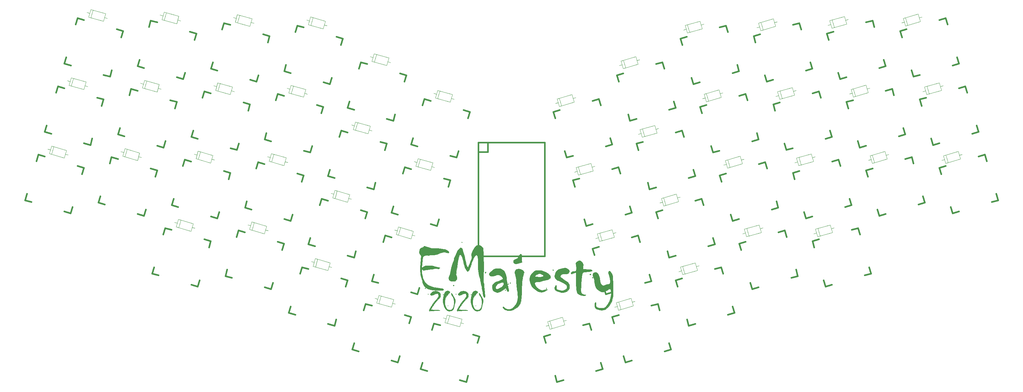
<source format=gbr>
G04 #@! TF.GenerationSoftware,KiCad,Pcbnew,(5.1.5)-3*
G04 #@! TF.CreationDate,2020-09-15T02:52:10+03:00*
G04 #@! TF.ProjectId,eiri,65697269-2e6b-4696-9361-645f70636258,rev?*
G04 #@! TF.SameCoordinates,Original*
G04 #@! TF.FileFunction,Legend,Top*
G04 #@! TF.FilePolarity,Positive*
%FSLAX46Y46*%
G04 Gerber Fmt 4.6, Leading zero omitted, Abs format (unit mm)*
G04 Created by KiCad (PCBNEW (5.1.5)-3) date 2020-09-15 02:52:10*
%MOMM*%
%LPD*%
G04 APERTURE LIST*
%ADD10C,0.010000*%
%ADD11C,0.381000*%
%ADD12C,0.120000*%
G04 APERTURE END LIST*
D10*
G36*
X132825846Y-106766538D02*
G01*
X132842000Y-106807000D01*
X132781233Y-106889243D01*
X132762330Y-106891667D01*
X132647663Y-106830123D01*
X132630334Y-106807000D01*
X132649527Y-106734517D01*
X132710003Y-106722334D01*
X132825846Y-106766538D01*
G37*
X132825846Y-106766538D02*
X132842000Y-106807000D01*
X132781233Y-106889243D01*
X132762330Y-106891667D01*
X132647663Y-106830123D01*
X132630334Y-106807000D01*
X132649527Y-106734517D01*
X132710003Y-106722334D01*
X132825846Y-106766538D01*
G36*
X148562534Y-109954665D02*
G01*
X148639530Y-109991471D01*
X148688872Y-110088150D01*
X148718535Y-110278275D01*
X148736490Y-110595418D01*
X148740227Y-110702920D01*
X148753573Y-111085042D01*
X148767884Y-111446478D01*
X148780456Y-111719810D01*
X148782561Y-111758633D01*
X148801667Y-112095933D01*
X148293667Y-112301265D01*
X147768624Y-112475032D01*
X147313425Y-112548549D01*
X146950305Y-112520169D01*
X146733475Y-112416999D01*
X146579167Y-112200275D01*
X146526962Y-111927013D01*
X146586329Y-111671374D01*
X146629921Y-111606025D01*
X146759667Y-111514011D01*
X146994654Y-111397813D01*
X147227643Y-111303934D01*
X147545171Y-111163423D01*
X147759499Y-110990098D01*
X147911785Y-110737490D01*
X148032411Y-110395333D01*
X148155816Y-110169825D01*
X148343852Y-110006483D01*
X148540712Y-109951693D01*
X148562534Y-109954665D01*
G37*
X148562534Y-109954665D02*
X148639530Y-109991471D01*
X148688872Y-110088150D01*
X148718535Y-110278275D01*
X148736490Y-110595418D01*
X148740227Y-110702920D01*
X148753573Y-111085042D01*
X148767884Y-111446478D01*
X148780456Y-111719810D01*
X148782561Y-111758633D01*
X148801667Y-112095933D01*
X148293667Y-112301265D01*
X147768624Y-112475032D01*
X147313425Y-112548549D01*
X146950305Y-112520169D01*
X146733475Y-112416999D01*
X146579167Y-112200275D01*
X146526962Y-111927013D01*
X146586329Y-111671374D01*
X146629921Y-111606025D01*
X146759667Y-111514011D01*
X146994654Y-111397813D01*
X147227643Y-111303934D01*
X147545171Y-111163423D01*
X147759499Y-110990098D01*
X147911785Y-110737490D01*
X148032411Y-110395333D01*
X148155816Y-110169825D01*
X148343852Y-110006483D01*
X148540712Y-109951693D01*
X148562534Y-109954665D01*
G36*
X157227381Y-114131520D02*
G01*
X157272439Y-114229025D01*
X157208732Y-114323817D01*
X157141334Y-114342334D01*
X157030933Y-114281376D01*
X157017949Y-114263517D01*
X157023449Y-114163149D01*
X157125235Y-114109528D01*
X157227381Y-114131520D01*
G37*
X157227381Y-114131520D02*
X157272439Y-114229025D01*
X157208732Y-114323817D01*
X157141334Y-114342334D01*
X157030933Y-114281376D01*
X157017949Y-114263517D01*
X157023449Y-114163149D01*
X157125235Y-114109528D01*
X157227381Y-114131520D01*
G36*
X139158134Y-114799534D02*
G01*
X139161738Y-114968799D01*
X139121351Y-115039516D01*
X139029067Y-115074621D01*
X138971867Y-114985800D01*
X138968262Y-114816534D01*
X139008649Y-114745818D01*
X139100934Y-114710713D01*
X139158134Y-114799534D01*
G37*
X139158134Y-114799534D02*
X139161738Y-114968799D01*
X139121351Y-115039516D01*
X139029067Y-115074621D01*
X138971867Y-114985800D01*
X138968262Y-114816534D01*
X139008649Y-114745818D01*
X139100934Y-114710713D01*
X139158134Y-114799534D01*
G36*
X167269904Y-115326606D02*
G01*
X167301334Y-115400667D01*
X167230747Y-115504095D01*
X167132000Y-115527667D01*
X166994096Y-115474727D01*
X166962667Y-115400667D01*
X167033253Y-115297239D01*
X167132000Y-115273667D01*
X167269904Y-115326606D01*
G37*
X167269904Y-115326606D02*
X167301334Y-115400667D01*
X167230747Y-115504095D01*
X167132000Y-115527667D01*
X166994096Y-115474727D01*
X166962667Y-115400667D01*
X167033253Y-115297239D01*
X167132000Y-115273667D01*
X167269904Y-115326606D01*
G36*
X167810715Y-116163520D02*
G01*
X167855773Y-116261025D01*
X167792065Y-116355817D01*
X167724667Y-116374334D01*
X167614267Y-116313376D01*
X167601283Y-116295517D01*
X167606782Y-116195149D01*
X167708568Y-116141528D01*
X167810715Y-116163520D01*
G37*
X167810715Y-116163520D02*
X167855773Y-116261025D01*
X167792065Y-116355817D01*
X167724667Y-116374334D01*
X167614267Y-116313376D01*
X167601283Y-116295517D01*
X167606782Y-116195149D01*
X167708568Y-116141528D01*
X167810715Y-116163520D01*
G36*
X145787036Y-117628318D02*
G01*
X145796000Y-117686667D01*
X145744004Y-117803434D01*
X145627108Y-117782511D01*
X145600746Y-117759524D01*
X145583624Y-117653983D01*
X145669437Y-117568408D01*
X145716330Y-117559667D01*
X145787036Y-117628318D01*
G37*
X145787036Y-117628318D02*
X145796000Y-117686667D01*
X145744004Y-117803434D01*
X145627108Y-117782511D01*
X145600746Y-117759524D01*
X145583624Y-117653983D01*
X145669437Y-117568408D01*
X145716330Y-117559667D01*
X145787036Y-117628318D01*
G36*
X145273672Y-117944051D02*
G01*
X145288000Y-117983000D01*
X145219424Y-118058115D01*
X145161000Y-118067667D01*
X145048328Y-118021949D01*
X145034000Y-117983000D01*
X145102577Y-117907886D01*
X145161000Y-117898334D01*
X145273672Y-117944051D01*
G37*
X145273672Y-117944051D02*
X145288000Y-117983000D01*
X145219424Y-118058115D01*
X145161000Y-118067667D01*
X145048328Y-118021949D01*
X145034000Y-117983000D01*
X145102577Y-117907886D01*
X145161000Y-117898334D01*
X145273672Y-117944051D01*
G36*
X130654112Y-118323685D02*
G01*
X130633516Y-118420688D01*
X130518139Y-118476042D01*
X130405173Y-118435134D01*
X130386667Y-118364000D01*
X130447532Y-118257244D01*
X130534834Y-118253118D01*
X130654112Y-118323685D01*
G37*
X130654112Y-118323685D02*
X130633516Y-118420688D01*
X130518139Y-118476042D01*
X130405173Y-118435134D01*
X130386667Y-118364000D01*
X130447532Y-118257244D01*
X130534834Y-118253118D01*
X130654112Y-118323685D01*
G36*
X155457158Y-119102636D02*
G01*
X155460700Y-119126000D01*
X155394785Y-119225275D01*
X155369684Y-119236772D01*
X155292481Y-119195902D01*
X155278667Y-119126000D01*
X155321627Y-119020627D01*
X155369684Y-119015228D01*
X155457158Y-119102636D01*
G37*
X155457158Y-119102636D02*
X155460700Y-119126000D01*
X155394785Y-119225275D01*
X155369684Y-119236772D01*
X155292481Y-119195902D01*
X155278667Y-119126000D01*
X155321627Y-119020627D01*
X155369684Y-119015228D01*
X155457158Y-119102636D01*
G36*
X123011115Y-119067577D02*
G01*
X123020667Y-119126000D01*
X122974949Y-119238672D01*
X122936000Y-119253000D01*
X122860886Y-119184424D01*
X122851334Y-119126000D01*
X122897051Y-119013328D01*
X122936000Y-118999000D01*
X123011115Y-119067577D01*
G37*
X123011115Y-119067577D02*
X123020667Y-119126000D01*
X122974949Y-119238672D01*
X122936000Y-119253000D01*
X122860886Y-119184424D01*
X122851334Y-119126000D01*
X122897051Y-119013328D01*
X122936000Y-118999000D01*
X123011115Y-119067577D01*
G36*
X144466337Y-119568544D02*
G01*
X144483667Y-119591667D01*
X144464473Y-119664150D01*
X144403997Y-119676334D01*
X144288155Y-119632129D01*
X144272000Y-119591667D01*
X144332768Y-119509424D01*
X144351670Y-119507000D01*
X144466337Y-119568544D01*
G37*
X144466337Y-119568544D02*
X144483667Y-119591667D01*
X144464473Y-119664150D01*
X144403997Y-119676334D01*
X144288155Y-119632129D01*
X144272000Y-119591667D01*
X144332768Y-119509424D01*
X144351670Y-119507000D01*
X144466337Y-119568544D01*
G36*
X122537288Y-108123266D02*
G01*
X122761004Y-108211107D01*
X122766667Y-108213482D01*
X122923768Y-108270471D01*
X123103149Y-108312746D01*
X123332491Y-108342598D01*
X123639475Y-108362321D01*
X124051782Y-108374206D01*
X124597091Y-108380545D01*
X124798667Y-108381748D01*
X125625048Y-108393953D01*
X126317386Y-108423571D01*
X126910382Y-108473942D01*
X127438743Y-108548408D01*
X127937170Y-108650311D01*
X128157695Y-108705160D01*
X128501169Y-108829095D01*
X128825423Y-109004654D01*
X129088047Y-109202998D01*
X129246634Y-109395293D01*
X129271091Y-109462239D01*
X129237693Y-109603893D01*
X129088383Y-109659972D01*
X128857113Y-109623731D01*
X128725099Y-109570678D01*
X128441537Y-109474620D01*
X128152764Y-109431810D01*
X128139056Y-109431667D01*
X127877732Y-109459200D01*
X127520918Y-109530968D01*
X127131290Y-109630727D01*
X126771523Y-109742229D01*
X126504292Y-109849231D01*
X126480192Y-109861654D01*
X126162543Y-109983217D01*
X125723098Y-110083724D01*
X125208891Y-110155163D01*
X124666955Y-110189523D01*
X124544667Y-110191332D01*
X124084222Y-110207347D01*
X123592690Y-110246893D01*
X123126659Y-110303636D01*
X122742715Y-110371245D01*
X122589016Y-110410171D01*
X122457213Y-110512209D01*
X122350512Y-110677389D01*
X122294827Y-110861355D01*
X122237453Y-111155397D01*
X122181529Y-111526929D01*
X122130195Y-111943366D01*
X122086588Y-112372123D01*
X122053847Y-112780616D01*
X122035112Y-113136259D01*
X122033520Y-113406467D01*
X122052211Y-113558654D01*
X122070886Y-113580334D01*
X122179894Y-113536117D01*
X122375340Y-113422759D01*
X122521093Y-113327874D01*
X122686080Y-113221060D01*
X122832717Y-113149550D01*
X123000104Y-113106202D01*
X123227342Y-113083876D01*
X123553530Y-113075432D01*
X123911995Y-113073874D01*
X124425018Y-113081078D01*
X124786843Y-113105593D01*
X125014883Y-113149075D01*
X125097328Y-113186704D01*
X125284404Y-113268949D01*
X125551089Y-113336779D01*
X125645334Y-113351948D01*
X125964848Y-113402048D01*
X126330045Y-113469593D01*
X126476506Y-113499810D01*
X126731467Y-113558627D01*
X126847620Y-113607160D01*
X126852061Y-113669024D01*
X126777263Y-113761900D01*
X126659550Y-113858607D01*
X126504456Y-113894353D01*
X126253976Y-113879921D01*
X126186096Y-113871808D01*
X125859111Y-113856273D01*
X125464242Y-113872555D01*
X125165672Y-113906197D01*
X124796586Y-113960286D01*
X124346133Y-114021956D01*
X123901167Y-114079380D01*
X123825000Y-114088762D01*
X123446133Y-114140899D01*
X123098968Y-114198995D01*
X122841681Y-114252979D01*
X122783647Y-114269034D01*
X122544839Y-114312933D01*
X122353091Y-114254900D01*
X122299792Y-114222328D01*
X122133679Y-114125153D01*
X122038443Y-114088334D01*
X122001499Y-114165590D01*
X121992516Y-114373743D01*
X122007653Y-114677370D01*
X122043070Y-115041048D01*
X122094927Y-115429352D01*
X122159381Y-115806861D01*
X122232594Y-116138150D01*
X122277772Y-116295824D01*
X122501542Y-116837500D01*
X122804035Y-117357658D01*
X123151518Y-117805122D01*
X123463993Y-118095326D01*
X123986240Y-118416532D01*
X124618993Y-118674437D01*
X125378503Y-118874141D01*
X126281022Y-119020742D01*
X126492000Y-119045453D01*
X126788807Y-119085860D01*
X127116651Y-119142050D01*
X127424301Y-119203830D01*
X127660525Y-119261012D01*
X127768548Y-119299381D01*
X127841448Y-119403027D01*
X127778974Y-119567223D01*
X127774752Y-119573933D01*
X127653022Y-119633088D01*
X127395312Y-119675256D01*
X127034131Y-119700378D01*
X126601984Y-119708393D01*
X126131377Y-119699243D01*
X125654818Y-119672867D01*
X125204813Y-119629207D01*
X124871783Y-119579254D01*
X124490192Y-119505777D01*
X124141753Y-119432432D01*
X123881194Y-119370981D01*
X123808095Y-119350621D01*
X123433172Y-119173019D01*
X123058455Y-118888853D01*
X122714564Y-118534326D01*
X122432119Y-118145640D01*
X122241741Y-117758997D01*
X122174000Y-117418623D01*
X122138862Y-117117635D01*
X122042368Y-116716398D01*
X121897896Y-116266612D01*
X121827050Y-116078000D01*
X121745503Y-115812341D01*
X121684912Y-115470027D01*
X121641022Y-115019465D01*
X121611551Y-114477746D01*
X121596229Y-114108939D01*
X121583367Y-113801926D01*
X121574667Y-113597185D01*
X121572045Y-113538000D01*
X121577890Y-113414880D01*
X121597201Y-113176964D01*
X121623131Y-112903000D01*
X121659401Y-112517634D01*
X121693745Y-112114118D01*
X121711028Y-111887000D01*
X121738554Y-111526179D01*
X121772954Y-111116051D01*
X121792554Y-110898559D01*
X121813623Y-110601900D01*
X121796879Y-110409610D01*
X121726091Y-110258107D01*
X121585027Y-110083809D01*
X121584359Y-110083048D01*
X121409225Y-109840701D01*
X121336770Y-109592109D01*
X121327334Y-109396604D01*
X121370076Y-108945660D01*
X121510228Y-108612435D01*
X121765672Y-108365148D01*
X121973276Y-108248779D01*
X122216671Y-108138843D01*
X122380260Y-108098092D01*
X122537288Y-108123266D01*
G37*
X122537288Y-108123266D02*
X122761004Y-108211107D01*
X122766667Y-108213482D01*
X122923768Y-108270471D01*
X123103149Y-108312746D01*
X123332491Y-108342598D01*
X123639475Y-108362321D01*
X124051782Y-108374206D01*
X124597091Y-108380545D01*
X124798667Y-108381748D01*
X125625048Y-108393953D01*
X126317386Y-108423571D01*
X126910382Y-108473942D01*
X127438743Y-108548408D01*
X127937170Y-108650311D01*
X128157695Y-108705160D01*
X128501169Y-108829095D01*
X128825423Y-109004654D01*
X129088047Y-109202998D01*
X129246634Y-109395293D01*
X129271091Y-109462239D01*
X129237693Y-109603893D01*
X129088383Y-109659972D01*
X128857113Y-109623731D01*
X128725099Y-109570678D01*
X128441537Y-109474620D01*
X128152764Y-109431810D01*
X128139056Y-109431667D01*
X127877732Y-109459200D01*
X127520918Y-109530968D01*
X127131290Y-109630727D01*
X126771523Y-109742229D01*
X126504292Y-109849231D01*
X126480192Y-109861654D01*
X126162543Y-109983217D01*
X125723098Y-110083724D01*
X125208891Y-110155163D01*
X124666955Y-110189523D01*
X124544667Y-110191332D01*
X124084222Y-110207347D01*
X123592690Y-110246893D01*
X123126659Y-110303636D01*
X122742715Y-110371245D01*
X122589016Y-110410171D01*
X122457213Y-110512209D01*
X122350512Y-110677389D01*
X122294827Y-110861355D01*
X122237453Y-111155397D01*
X122181529Y-111526929D01*
X122130195Y-111943366D01*
X122086588Y-112372123D01*
X122053847Y-112780616D01*
X122035112Y-113136259D01*
X122033520Y-113406467D01*
X122052211Y-113558654D01*
X122070886Y-113580334D01*
X122179894Y-113536117D01*
X122375340Y-113422759D01*
X122521093Y-113327874D01*
X122686080Y-113221060D01*
X122832717Y-113149550D01*
X123000104Y-113106202D01*
X123227342Y-113083876D01*
X123553530Y-113075432D01*
X123911995Y-113073874D01*
X124425018Y-113081078D01*
X124786843Y-113105593D01*
X125014883Y-113149075D01*
X125097328Y-113186704D01*
X125284404Y-113268949D01*
X125551089Y-113336779D01*
X125645334Y-113351948D01*
X125964848Y-113402048D01*
X126330045Y-113469593D01*
X126476506Y-113499810D01*
X126731467Y-113558627D01*
X126847620Y-113607160D01*
X126852061Y-113669024D01*
X126777263Y-113761900D01*
X126659550Y-113858607D01*
X126504456Y-113894353D01*
X126253976Y-113879921D01*
X126186096Y-113871808D01*
X125859111Y-113856273D01*
X125464242Y-113872555D01*
X125165672Y-113906197D01*
X124796586Y-113960286D01*
X124346133Y-114021956D01*
X123901167Y-114079380D01*
X123825000Y-114088762D01*
X123446133Y-114140899D01*
X123098968Y-114198995D01*
X122841681Y-114252979D01*
X122783647Y-114269034D01*
X122544839Y-114312933D01*
X122353091Y-114254900D01*
X122299792Y-114222328D01*
X122133679Y-114125153D01*
X122038443Y-114088334D01*
X122001499Y-114165590D01*
X121992516Y-114373743D01*
X122007653Y-114677370D01*
X122043070Y-115041048D01*
X122094927Y-115429352D01*
X122159381Y-115806861D01*
X122232594Y-116138150D01*
X122277772Y-116295824D01*
X122501542Y-116837500D01*
X122804035Y-117357658D01*
X123151518Y-117805122D01*
X123463993Y-118095326D01*
X123986240Y-118416532D01*
X124618993Y-118674437D01*
X125378503Y-118874141D01*
X126281022Y-119020742D01*
X126492000Y-119045453D01*
X126788807Y-119085860D01*
X127116651Y-119142050D01*
X127424301Y-119203830D01*
X127660525Y-119261012D01*
X127768548Y-119299381D01*
X127841448Y-119403027D01*
X127778974Y-119567223D01*
X127774752Y-119573933D01*
X127653022Y-119633088D01*
X127395312Y-119675256D01*
X127034131Y-119700378D01*
X126601984Y-119708393D01*
X126131377Y-119699243D01*
X125654818Y-119672867D01*
X125204813Y-119629207D01*
X124871783Y-119579254D01*
X124490192Y-119505777D01*
X124141753Y-119432432D01*
X123881194Y-119370981D01*
X123808095Y-119350621D01*
X123433172Y-119173019D01*
X123058455Y-118888853D01*
X122714564Y-118534326D01*
X122432119Y-118145640D01*
X122241741Y-117758997D01*
X122174000Y-117418623D01*
X122138862Y-117117635D01*
X122042368Y-116716398D01*
X121897896Y-116266612D01*
X121827050Y-116078000D01*
X121745503Y-115812341D01*
X121684912Y-115470027D01*
X121641022Y-115019465D01*
X121611551Y-114477746D01*
X121596229Y-114108939D01*
X121583367Y-113801926D01*
X121574667Y-113597185D01*
X121572045Y-113538000D01*
X121577890Y-113414880D01*
X121597201Y-113176964D01*
X121623131Y-112903000D01*
X121659401Y-112517634D01*
X121693745Y-112114118D01*
X121711028Y-111887000D01*
X121738554Y-111526179D01*
X121772954Y-111116051D01*
X121792554Y-110898559D01*
X121813623Y-110601900D01*
X121796879Y-110409610D01*
X121726091Y-110258107D01*
X121585027Y-110083809D01*
X121584359Y-110083048D01*
X121409225Y-109840701D01*
X121336770Y-109592109D01*
X121327334Y-109396604D01*
X121370076Y-108945660D01*
X121510228Y-108612435D01*
X121765672Y-108365148D01*
X121973276Y-108248779D01*
X122216671Y-108138843D01*
X122380260Y-108098092D01*
X122537288Y-108123266D01*
G36*
X153278198Y-114349963D02*
G01*
X153523307Y-114357467D01*
X153925197Y-114376873D01*
X154218033Y-114408089D01*
X154462042Y-114467096D01*
X154717452Y-114569873D01*
X155044491Y-114732401D01*
X155157733Y-114791122D01*
X155512010Y-114987235D01*
X155832553Y-115185828D01*
X156073022Y-115357212D01*
X156155745Y-115430556D01*
X156335929Y-115692688D01*
X156434959Y-115988998D01*
X156440783Y-116263057D01*
X156369129Y-116429710D01*
X156160008Y-116593810D01*
X155828450Y-116752720D01*
X155420802Y-116887676D01*
X155026361Y-116973281D01*
X154662382Y-117052595D01*
X154290191Y-117165320D01*
X154118835Y-117231677D01*
X153693329Y-117362728D01*
X153183529Y-117409959D01*
X153119667Y-117410517D01*
X152716255Y-117423515D01*
X152453476Y-117469673D01*
X152303775Y-117562497D01*
X152239595Y-117715495D01*
X152230667Y-117846276D01*
X152305711Y-118170167D01*
X152513790Y-118524357D01*
X152829324Y-118879856D01*
X153226733Y-119207675D01*
X153664073Y-119470706D01*
X153929248Y-119595982D01*
X154124720Y-119652875D01*
X154326881Y-119651172D01*
X154612125Y-119600659D01*
X154637740Y-119595432D01*
X155053474Y-119511313D01*
X155331218Y-119459247D01*
X155498711Y-119436552D01*
X155583696Y-119440545D01*
X155613913Y-119468543D01*
X155617334Y-119500697D01*
X155546088Y-119580416D01*
X155356926Y-119705273D01*
X155086706Y-119851721D01*
X155005889Y-119891306D01*
X154475534Y-120100790D01*
X154011514Y-120178972D01*
X153576560Y-120128496D01*
X153262437Y-120014864D01*
X152940856Y-119840971D01*
X152574343Y-119599895D01*
X152206698Y-119325186D01*
X151881722Y-119050389D01*
X151643214Y-118809053D01*
X151579389Y-118725780D01*
X151407397Y-118422705D01*
X151232936Y-118038839D01*
X151074931Y-117625664D01*
X150952307Y-117234662D01*
X150883986Y-116917313D01*
X150876000Y-116812273D01*
X150902173Y-116545883D01*
X150969909Y-116205466D01*
X151039782Y-115948340D01*
X152327671Y-115948340D01*
X152358362Y-115987473D01*
X152447822Y-116017020D01*
X152620665Y-116041134D01*
X152901505Y-116063968D01*
X153314953Y-116089673D01*
X153569008Y-116104324D01*
X153831323Y-116092826D01*
X154142154Y-116044534D01*
X154229600Y-116024501D01*
X154465561Y-115951429D01*
X154571427Y-115870594D01*
X154585055Y-115752653D01*
X154584592Y-115749335D01*
X154482621Y-115571791D01*
X154259280Y-115409128D01*
X153962380Y-115283407D01*
X153639733Y-115216688D01*
X153429433Y-115216338D01*
X153153914Y-115285848D01*
X152856998Y-115422392D01*
X152587797Y-115595602D01*
X152395425Y-115775109D01*
X152331137Y-115895467D01*
X152327671Y-115948340D01*
X151039782Y-115948340D01*
X151040826Y-115944500D01*
X151147124Y-115649660D01*
X151277791Y-115413500D01*
X151470322Y-115180921D01*
X151739326Y-114918086D01*
X152006691Y-114683836D01*
X152250358Y-114495990D01*
X152428645Y-114385904D01*
X152464973Y-114372247D01*
X152629087Y-114354690D01*
X152915691Y-114347044D01*
X153278198Y-114349963D01*
G37*
X153278198Y-114349963D02*
X153523307Y-114357467D01*
X153925197Y-114376873D01*
X154218033Y-114408089D01*
X154462042Y-114467096D01*
X154717452Y-114569873D01*
X155044491Y-114732401D01*
X155157733Y-114791122D01*
X155512010Y-114987235D01*
X155832553Y-115185828D01*
X156073022Y-115357212D01*
X156155745Y-115430556D01*
X156335929Y-115692688D01*
X156434959Y-115988998D01*
X156440783Y-116263057D01*
X156369129Y-116429710D01*
X156160008Y-116593810D01*
X155828450Y-116752720D01*
X155420802Y-116887676D01*
X155026361Y-116973281D01*
X154662382Y-117052595D01*
X154290191Y-117165320D01*
X154118835Y-117231677D01*
X153693329Y-117362728D01*
X153183529Y-117409959D01*
X153119667Y-117410517D01*
X152716255Y-117423515D01*
X152453476Y-117469673D01*
X152303775Y-117562497D01*
X152239595Y-117715495D01*
X152230667Y-117846276D01*
X152305711Y-118170167D01*
X152513790Y-118524357D01*
X152829324Y-118879856D01*
X153226733Y-119207675D01*
X153664073Y-119470706D01*
X153929248Y-119595982D01*
X154124720Y-119652875D01*
X154326881Y-119651172D01*
X154612125Y-119600659D01*
X154637740Y-119595432D01*
X155053474Y-119511313D01*
X155331218Y-119459247D01*
X155498711Y-119436552D01*
X155583696Y-119440545D01*
X155613913Y-119468543D01*
X155617334Y-119500697D01*
X155546088Y-119580416D01*
X155356926Y-119705273D01*
X155086706Y-119851721D01*
X155005889Y-119891306D01*
X154475534Y-120100790D01*
X154011514Y-120178972D01*
X153576560Y-120128496D01*
X153262437Y-120014864D01*
X152940856Y-119840971D01*
X152574343Y-119599895D01*
X152206698Y-119325186D01*
X151881722Y-119050389D01*
X151643214Y-118809053D01*
X151579389Y-118725780D01*
X151407397Y-118422705D01*
X151232936Y-118038839D01*
X151074931Y-117625664D01*
X150952307Y-117234662D01*
X150883986Y-116917313D01*
X150876000Y-116812273D01*
X150902173Y-116545883D01*
X150969909Y-116205466D01*
X151039782Y-115948340D01*
X152327671Y-115948340D01*
X152358362Y-115987473D01*
X152447822Y-116017020D01*
X152620665Y-116041134D01*
X152901505Y-116063968D01*
X153314953Y-116089673D01*
X153569008Y-116104324D01*
X153831323Y-116092826D01*
X154142154Y-116044534D01*
X154229600Y-116024501D01*
X154465561Y-115951429D01*
X154571427Y-115870594D01*
X154585055Y-115752653D01*
X154584592Y-115749335D01*
X154482621Y-115571791D01*
X154259280Y-115409128D01*
X153962380Y-115283407D01*
X153639733Y-115216688D01*
X153429433Y-115216338D01*
X153153914Y-115285848D01*
X152856998Y-115422392D01*
X152587797Y-115595602D01*
X152395425Y-115775109D01*
X152331137Y-115895467D01*
X152327671Y-115948340D01*
X151039782Y-115948340D01*
X151040826Y-115944500D01*
X151147124Y-115649660D01*
X151277791Y-115413500D01*
X151470322Y-115180921D01*
X151739326Y-114918086D01*
X152006691Y-114683836D01*
X152250358Y-114495990D01*
X152428645Y-114385904D01*
X152464973Y-114372247D01*
X152629087Y-114354690D01*
X152915691Y-114347044D01*
X153278198Y-114349963D01*
G36*
X160549655Y-113691110D02*
G01*
X160781681Y-113769161D01*
X161013628Y-113912536D01*
X161018896Y-113916343D01*
X161342321Y-114190148D01*
X161507913Y-114438506D01*
X161521275Y-114680257D01*
X161388015Y-114934242D01*
X161339450Y-114993779D01*
X161212500Y-115122003D01*
X161074629Y-115194623D01*
X160873003Y-115228202D01*
X160556283Y-115239283D01*
X160232146Y-115245270D01*
X159954343Y-115253092D01*
X159793663Y-115260449D01*
X159575424Y-115334704D01*
X159349614Y-115496721D01*
X159169717Y-115697749D01*
X159089213Y-115889040D01*
X159088667Y-115903071D01*
X159150908Y-116104336D01*
X159299043Y-116283006D01*
X159475185Y-116372664D01*
X159499392Y-116374334D01*
X159612206Y-116428110D01*
X159799882Y-116567283D01*
X159967860Y-116713000D01*
X160173684Y-116894425D01*
X160330346Y-117017332D01*
X160392730Y-117051667D01*
X160504399Y-117100819D01*
X160700841Y-117227260D01*
X160937087Y-117399468D01*
X161168164Y-117585920D01*
X161221828Y-117632823D01*
X161390597Y-117878980D01*
X161500523Y-118235315D01*
X161541053Y-118649707D01*
X161507113Y-119042078D01*
X161365678Y-119391978D01*
X161096051Y-119726611D01*
X160737090Y-120003005D01*
X160550918Y-120099532D01*
X160236797Y-120199351D01*
X159877850Y-120255662D01*
X159532885Y-120264845D01*
X159260712Y-120223281D01*
X159173334Y-120184334D01*
X158990055Y-120118750D01*
X158835882Y-120100963D01*
X158593390Y-120052737D01*
X158297865Y-119931031D01*
X158005159Y-119766656D01*
X157771126Y-119590425D01*
X157658797Y-119451627D01*
X157574478Y-119169061D01*
X157602579Y-118887570D01*
X157708741Y-118617953D01*
X157849993Y-118388731D01*
X157968116Y-118321617D01*
X158051786Y-118409799D01*
X158089683Y-118646464D01*
X158086460Y-118845239D01*
X158077333Y-119087863D01*
X158102039Y-119257435D01*
X158187337Y-119377890D01*
X158359984Y-119473163D01*
X158646742Y-119567189D01*
X159002522Y-119664634D01*
X159336827Y-119748052D01*
X159566402Y-119782760D01*
X159747774Y-119771720D01*
X159937471Y-119717893D01*
X159948092Y-119714166D01*
X160238684Y-119581394D01*
X160529023Y-119404547D01*
X160571683Y-119373231D01*
X160757430Y-119210596D01*
X160842571Y-119049592D01*
X160864023Y-118812275D01*
X160863974Y-118756118D01*
X160840919Y-118490659D01*
X160786046Y-118283796D01*
X160758141Y-118234252D01*
X160619915Y-118117503D01*
X160366642Y-117951873D01*
X160037325Y-117758784D01*
X159670968Y-117559658D01*
X159306574Y-117375916D01*
X158983144Y-117228980D01*
X158800282Y-117158919D01*
X158266278Y-116925162D01*
X157889944Y-116632559D01*
X157669106Y-116278156D01*
X157601589Y-115858995D01*
X157634081Y-115573625D01*
X157718699Y-115285969D01*
X157852260Y-114972689D01*
X158011792Y-114674221D01*
X158174325Y-114431001D01*
X158316889Y-114283464D01*
X158381656Y-114257667D01*
X158486026Y-114212856D01*
X158496000Y-114182059D01*
X158523679Y-114121001D01*
X158623563Y-114060497D01*
X158820929Y-113991146D01*
X159141049Y-113903548D01*
X159453864Y-113825815D01*
X159925670Y-113721747D01*
X160277626Y-113676076D01*
X160549655Y-113691110D01*
G37*
X160549655Y-113691110D02*
X160781681Y-113769161D01*
X161013628Y-113912536D01*
X161018896Y-113916343D01*
X161342321Y-114190148D01*
X161507913Y-114438506D01*
X161521275Y-114680257D01*
X161388015Y-114934242D01*
X161339450Y-114993779D01*
X161212500Y-115122003D01*
X161074629Y-115194623D01*
X160873003Y-115228202D01*
X160556283Y-115239283D01*
X160232146Y-115245270D01*
X159954343Y-115253092D01*
X159793663Y-115260449D01*
X159575424Y-115334704D01*
X159349614Y-115496721D01*
X159169717Y-115697749D01*
X159089213Y-115889040D01*
X159088667Y-115903071D01*
X159150908Y-116104336D01*
X159299043Y-116283006D01*
X159475185Y-116372664D01*
X159499392Y-116374334D01*
X159612206Y-116428110D01*
X159799882Y-116567283D01*
X159967860Y-116713000D01*
X160173684Y-116894425D01*
X160330346Y-117017332D01*
X160392730Y-117051667D01*
X160504399Y-117100819D01*
X160700841Y-117227260D01*
X160937087Y-117399468D01*
X161168164Y-117585920D01*
X161221828Y-117632823D01*
X161390597Y-117878980D01*
X161500523Y-118235315D01*
X161541053Y-118649707D01*
X161507113Y-119042078D01*
X161365678Y-119391978D01*
X161096051Y-119726611D01*
X160737090Y-120003005D01*
X160550918Y-120099532D01*
X160236797Y-120199351D01*
X159877850Y-120255662D01*
X159532885Y-120264845D01*
X159260712Y-120223281D01*
X159173334Y-120184334D01*
X158990055Y-120118750D01*
X158835882Y-120100963D01*
X158593390Y-120052737D01*
X158297865Y-119931031D01*
X158005159Y-119766656D01*
X157771126Y-119590425D01*
X157658797Y-119451627D01*
X157574478Y-119169061D01*
X157602579Y-118887570D01*
X157708741Y-118617953D01*
X157849993Y-118388731D01*
X157968116Y-118321617D01*
X158051786Y-118409799D01*
X158089683Y-118646464D01*
X158086460Y-118845239D01*
X158077333Y-119087863D01*
X158102039Y-119257435D01*
X158187337Y-119377890D01*
X158359984Y-119473163D01*
X158646742Y-119567189D01*
X159002522Y-119664634D01*
X159336827Y-119748052D01*
X159566402Y-119782760D01*
X159747774Y-119771720D01*
X159937471Y-119717893D01*
X159948092Y-119714166D01*
X160238684Y-119581394D01*
X160529023Y-119404547D01*
X160571683Y-119373231D01*
X160757430Y-119210596D01*
X160842571Y-119049592D01*
X160864023Y-118812275D01*
X160863974Y-118756118D01*
X160840919Y-118490659D01*
X160786046Y-118283796D01*
X160758141Y-118234252D01*
X160619915Y-118117503D01*
X160366642Y-117951873D01*
X160037325Y-117758784D01*
X159670968Y-117559658D01*
X159306574Y-117375916D01*
X158983144Y-117228980D01*
X158800282Y-117158919D01*
X158266278Y-116925162D01*
X157889944Y-116632559D01*
X157669106Y-116278156D01*
X157601589Y-115858995D01*
X157634081Y-115573625D01*
X157718699Y-115285969D01*
X157852260Y-114972689D01*
X158011792Y-114674221D01*
X158174325Y-114431001D01*
X158316889Y-114283464D01*
X158381656Y-114257667D01*
X158486026Y-114212856D01*
X158496000Y-114182059D01*
X158523679Y-114121001D01*
X158623563Y-114060497D01*
X158820929Y-113991146D01*
X159141049Y-113903548D01*
X159453864Y-113825815D01*
X159925670Y-113721747D01*
X160277626Y-113676076D01*
X160549655Y-113691110D01*
G36*
X142727834Y-113807500D02*
G01*
X143017711Y-113859126D01*
X143310505Y-113971084D01*
X143467667Y-114047117D01*
X143777200Y-114221129D01*
X143979152Y-114392957D01*
X144127326Y-114611695D01*
X144163587Y-114682117D01*
X144330887Y-115069158D01*
X144483531Y-115508860D01*
X144605266Y-115945285D01*
X144679842Y-116322490D01*
X144695334Y-116512439D01*
X144717682Y-116831568D01*
X144777986Y-117259612D01*
X144866133Y-117743118D01*
X144972012Y-118228633D01*
X145085511Y-118662703D01*
X145128823Y-118803933D01*
X145236137Y-119218178D01*
X145274346Y-119565659D01*
X145244497Y-119820509D01*
X145147637Y-119956860D01*
X145081552Y-119972667D01*
X144958866Y-119919752D01*
X144836907Y-119744559D01*
X144730248Y-119507000D01*
X144623212Y-119259208D01*
X144536043Y-119090308D01*
X144494941Y-119041334D01*
X144403697Y-119091417D01*
X144253578Y-119210647D01*
X143722742Y-119622098D01*
X143186131Y-119918056D01*
X142806094Y-120066372D01*
X142519211Y-120162608D01*
X142306138Y-120231542D01*
X142206722Y-120260335D01*
X142204004Y-120260334D01*
X142127303Y-120236696D01*
X141950758Y-120191560D01*
X141943667Y-120189831D01*
X141465822Y-120022041D01*
X141133417Y-119779032D01*
X140933764Y-119446151D01*
X140854172Y-119008747D01*
X140853272Y-118979191D01*
X141732000Y-118979191D01*
X141797502Y-119191545D01*
X141979608Y-119303627D01*
X142256718Y-119313012D01*
X142607232Y-119217274D01*
X142850479Y-119104834D01*
X143322898Y-118806708D01*
X143676089Y-118481970D01*
X143891760Y-118149977D01*
X143949238Y-117942076D01*
X143956956Y-117720955D01*
X143895044Y-117599606D01*
X143788106Y-117535956D01*
X143660585Y-117504344D01*
X143488185Y-117517880D01*
X143245255Y-117583806D01*
X142906145Y-117709363D01*
X142445207Y-117901793D01*
X142356515Y-117940104D01*
X142143939Y-118102779D01*
X141943881Y-118370181D01*
X141794041Y-118679586D01*
X141732116Y-118968270D01*
X141732000Y-118979191D01*
X140853272Y-118979191D01*
X140851744Y-118929071D01*
X140919257Y-118402697D01*
X141125510Y-117952505D01*
X141453342Y-117598909D01*
X141885592Y-117362326D01*
X142240000Y-117277420D01*
X142481505Y-117218719D01*
X142780407Y-117108395D01*
X143096716Y-116966453D01*
X143390442Y-116812900D01*
X143621598Y-116667742D01*
X143750192Y-116550987D01*
X143764000Y-116514961D01*
X143702247Y-116358068D01*
X143544848Y-116146826D01*
X143333591Y-115925807D01*
X143110266Y-115739582D01*
X142947552Y-115644148D01*
X142529172Y-115539753D01*
X142120058Y-115562682D01*
X141888704Y-115645738D01*
X141690703Y-115713619D01*
X141389858Y-115777849D01*
X141061690Y-115823295D01*
X140604378Y-115838790D01*
X140288601Y-115775354D01*
X140103688Y-115628277D01*
X140038972Y-115392847D01*
X140038667Y-115371529D01*
X140110343Y-115142674D01*
X140308406Y-114865493D01*
X140607405Y-114566624D01*
X140981893Y-114272705D01*
X141259796Y-114093331D01*
X141553124Y-113932521D01*
X141797738Y-113843572D01*
X142071984Y-113805296D01*
X142355460Y-113796998D01*
X142727834Y-113807500D01*
G37*
X142727834Y-113807500D02*
X143017711Y-113859126D01*
X143310505Y-113971084D01*
X143467667Y-114047117D01*
X143777200Y-114221129D01*
X143979152Y-114392957D01*
X144127326Y-114611695D01*
X144163587Y-114682117D01*
X144330887Y-115069158D01*
X144483531Y-115508860D01*
X144605266Y-115945285D01*
X144679842Y-116322490D01*
X144695334Y-116512439D01*
X144717682Y-116831568D01*
X144777986Y-117259612D01*
X144866133Y-117743118D01*
X144972012Y-118228633D01*
X145085511Y-118662703D01*
X145128823Y-118803933D01*
X145236137Y-119218178D01*
X145274346Y-119565659D01*
X145244497Y-119820509D01*
X145147637Y-119956860D01*
X145081552Y-119972667D01*
X144958866Y-119919752D01*
X144836907Y-119744559D01*
X144730248Y-119507000D01*
X144623212Y-119259208D01*
X144536043Y-119090308D01*
X144494941Y-119041334D01*
X144403697Y-119091417D01*
X144253578Y-119210647D01*
X143722742Y-119622098D01*
X143186131Y-119918056D01*
X142806094Y-120066372D01*
X142519211Y-120162608D01*
X142306138Y-120231542D01*
X142206722Y-120260335D01*
X142204004Y-120260334D01*
X142127303Y-120236696D01*
X141950758Y-120191560D01*
X141943667Y-120189831D01*
X141465822Y-120022041D01*
X141133417Y-119779032D01*
X140933764Y-119446151D01*
X140854172Y-119008747D01*
X140853272Y-118979191D01*
X141732000Y-118979191D01*
X141797502Y-119191545D01*
X141979608Y-119303627D01*
X142256718Y-119313012D01*
X142607232Y-119217274D01*
X142850479Y-119104834D01*
X143322898Y-118806708D01*
X143676089Y-118481970D01*
X143891760Y-118149977D01*
X143949238Y-117942076D01*
X143956956Y-117720955D01*
X143895044Y-117599606D01*
X143788106Y-117535956D01*
X143660585Y-117504344D01*
X143488185Y-117517880D01*
X143245255Y-117583806D01*
X142906145Y-117709363D01*
X142445207Y-117901793D01*
X142356515Y-117940104D01*
X142143939Y-118102779D01*
X141943881Y-118370181D01*
X141794041Y-118679586D01*
X141732116Y-118968270D01*
X141732000Y-118979191D01*
X140853272Y-118979191D01*
X140851744Y-118929071D01*
X140919257Y-118402697D01*
X141125510Y-117952505D01*
X141453342Y-117598909D01*
X141885592Y-117362326D01*
X142240000Y-117277420D01*
X142481505Y-117218719D01*
X142780407Y-117108395D01*
X143096716Y-116966453D01*
X143390442Y-116812900D01*
X143621598Y-116667742D01*
X143750192Y-116550987D01*
X143764000Y-116514961D01*
X143702247Y-116358068D01*
X143544848Y-116146826D01*
X143333591Y-115925807D01*
X143110266Y-115739582D01*
X142947552Y-115644148D01*
X142529172Y-115539753D01*
X142120058Y-115562682D01*
X141888704Y-115645738D01*
X141690703Y-115713619D01*
X141389858Y-115777849D01*
X141061690Y-115823295D01*
X140604378Y-115838790D01*
X140288601Y-115775354D01*
X140103688Y-115628277D01*
X140038972Y-115392847D01*
X140038667Y-115371529D01*
X140110343Y-115142674D01*
X140308406Y-114865493D01*
X140607405Y-114566624D01*
X140981893Y-114272705D01*
X141259796Y-114093331D01*
X141553124Y-113932521D01*
X141797738Y-113843572D01*
X142071984Y-113805296D01*
X142355460Y-113796998D01*
X142727834Y-113807500D01*
G36*
X131230873Y-120672096D02*
G01*
X131233334Y-120692334D01*
X131168904Y-120774540D01*
X131148667Y-120777000D01*
X131066460Y-120712571D01*
X131064000Y-120692334D01*
X131128429Y-120610127D01*
X131148667Y-120607667D01*
X131230873Y-120672096D01*
G37*
X131230873Y-120672096D02*
X131233334Y-120692334D01*
X131168904Y-120774540D01*
X131148667Y-120777000D01*
X131066460Y-120712571D01*
X131064000Y-120692334D01*
X131128429Y-120610127D01*
X131148667Y-120607667D01*
X131230873Y-120672096D01*
G36*
X123780207Y-120672096D02*
G01*
X123782667Y-120692334D01*
X123718238Y-120774540D01*
X123698000Y-120777000D01*
X123615794Y-120712571D01*
X123613334Y-120692334D01*
X123677763Y-120610127D01*
X123698000Y-120607667D01*
X123780207Y-120672096D01*
G37*
X123780207Y-120672096D02*
X123782667Y-120692334D01*
X123718238Y-120774540D01*
X123698000Y-120777000D01*
X123615794Y-120712571D01*
X123613334Y-120692334D01*
X123677763Y-120610127D01*
X123698000Y-120607667D01*
X123780207Y-120672096D01*
G36*
X135269111Y-120805222D02*
G01*
X135257489Y-120855557D01*
X135212667Y-120861667D01*
X135142977Y-120830689D01*
X135156222Y-120805222D01*
X135256702Y-120795089D01*
X135269111Y-120805222D01*
G37*
X135269111Y-120805222D02*
X135257489Y-120855557D01*
X135212667Y-120861667D01*
X135142977Y-120830689D01*
X135156222Y-120805222D01*
X135256702Y-120795089D01*
X135269111Y-120805222D01*
G36*
X127818445Y-120805222D02*
G01*
X127806822Y-120855557D01*
X127762000Y-120861667D01*
X127692310Y-120830689D01*
X127705556Y-120805222D01*
X127806035Y-120795089D01*
X127818445Y-120805222D01*
G37*
X127818445Y-120805222D02*
X127806822Y-120855557D01*
X127762000Y-120861667D01*
X127692310Y-120830689D01*
X127705556Y-120805222D01*
X127806035Y-120795089D01*
X127818445Y-120805222D01*
G36*
X164703748Y-111877295D02*
G01*
X164973997Y-112188895D01*
X165071684Y-112357700D01*
X165197910Y-112611372D01*
X165257005Y-112798442D01*
X165258335Y-112991480D01*
X165211269Y-113263058D01*
X165197321Y-113331013D01*
X165145108Y-113657320D01*
X165143086Y-113872135D01*
X165167426Y-113935626D01*
X165279891Y-113970604D01*
X165523297Y-114004260D01*
X165859277Y-114032295D01*
X166167909Y-114047748D01*
X166746754Y-114078925D01*
X167169110Y-114126081D01*
X167447270Y-114191525D01*
X167593526Y-114277563D01*
X167618461Y-114320051D01*
X167601331Y-114417539D01*
X167469395Y-114499768D01*
X167208338Y-114570894D01*
X166803847Y-114635069D01*
X166361770Y-114684756D01*
X165861713Y-114739482D01*
X165504671Y-114795151D01*
X165264619Y-114862651D01*
X165115533Y-114952871D01*
X165031386Y-115076700D01*
X164986154Y-115245026D01*
X164983312Y-115261486D01*
X164933235Y-115537389D01*
X164868338Y-115868420D01*
X164842608Y-115993334D01*
X164812095Y-116204955D01*
X164777758Y-116553444D01*
X164742078Y-117006452D01*
X164707537Y-117531629D01*
X164676619Y-118096628D01*
X164669069Y-118254952D01*
X164642007Y-118871920D01*
X164625491Y-119343630D01*
X164620062Y-119693859D01*
X164626258Y-119946384D01*
X164644619Y-120124985D01*
X164675685Y-120253439D01*
X164716596Y-120349018D01*
X164954007Y-120632216D01*
X165302103Y-120810067D01*
X165667296Y-120864360D01*
X165867784Y-120871429D01*
X165922010Y-120900326D01*
X165853013Y-120969645D01*
X165824651Y-120991360D01*
X165575539Y-121090662D01*
X165229066Y-121113714D01*
X164837541Y-121063470D01*
X164453273Y-120942882D01*
X164380334Y-120909833D01*
X163969064Y-120671646D01*
X163696746Y-120405701D01*
X163533199Y-120075956D01*
X163473801Y-119827206D01*
X163423985Y-119443066D01*
X163381662Y-118924306D01*
X163348259Y-118305530D01*
X163325203Y-117621343D01*
X163313918Y-116906350D01*
X163315832Y-116195154D01*
X163318065Y-116048361D01*
X163339436Y-114833389D01*
X163140218Y-114892968D01*
X162940093Y-114967266D01*
X162678401Y-115081715D01*
X162587903Y-115124751D01*
X162290686Y-115230473D01*
X162079387Y-115230356D01*
X161973745Y-115136554D01*
X161993497Y-114961221D01*
X162080639Y-114812411D01*
X162257208Y-114693720D01*
X162594799Y-114595436D01*
X162769222Y-114563097D01*
X163344500Y-114468737D01*
X163377750Y-113834035D01*
X163381478Y-113454627D01*
X163358867Y-113079939D01*
X163316993Y-112802467D01*
X163266889Y-112505917D01*
X163301688Y-112295406D01*
X163444748Y-112116006D01*
X163685593Y-111935594D01*
X164060722Y-111751003D01*
X164399715Y-111731451D01*
X164703748Y-111877295D01*
G37*
X164703748Y-111877295D02*
X164973997Y-112188895D01*
X165071684Y-112357700D01*
X165197910Y-112611372D01*
X165257005Y-112798442D01*
X165258335Y-112991480D01*
X165211269Y-113263058D01*
X165197321Y-113331013D01*
X165145108Y-113657320D01*
X165143086Y-113872135D01*
X165167426Y-113935626D01*
X165279891Y-113970604D01*
X165523297Y-114004260D01*
X165859277Y-114032295D01*
X166167909Y-114047748D01*
X166746754Y-114078925D01*
X167169110Y-114126081D01*
X167447270Y-114191525D01*
X167593526Y-114277563D01*
X167618461Y-114320051D01*
X167601331Y-114417539D01*
X167469395Y-114499768D01*
X167208338Y-114570894D01*
X166803847Y-114635069D01*
X166361770Y-114684756D01*
X165861713Y-114739482D01*
X165504671Y-114795151D01*
X165264619Y-114862651D01*
X165115533Y-114952871D01*
X165031386Y-115076700D01*
X164986154Y-115245026D01*
X164983312Y-115261486D01*
X164933235Y-115537389D01*
X164868338Y-115868420D01*
X164842608Y-115993334D01*
X164812095Y-116204955D01*
X164777758Y-116553444D01*
X164742078Y-117006452D01*
X164707537Y-117531629D01*
X164676619Y-118096628D01*
X164669069Y-118254952D01*
X164642007Y-118871920D01*
X164625491Y-119343630D01*
X164620062Y-119693859D01*
X164626258Y-119946384D01*
X164644619Y-120124985D01*
X164675685Y-120253439D01*
X164716596Y-120349018D01*
X164954007Y-120632216D01*
X165302103Y-120810067D01*
X165667296Y-120864360D01*
X165867784Y-120871429D01*
X165922010Y-120900326D01*
X165853013Y-120969645D01*
X165824651Y-120991360D01*
X165575539Y-121090662D01*
X165229066Y-121113714D01*
X164837541Y-121063470D01*
X164453273Y-120942882D01*
X164380334Y-120909833D01*
X163969064Y-120671646D01*
X163696746Y-120405701D01*
X163533199Y-120075956D01*
X163473801Y-119827206D01*
X163423985Y-119443066D01*
X163381662Y-118924306D01*
X163348259Y-118305530D01*
X163325203Y-117621343D01*
X163313918Y-116906350D01*
X163315832Y-116195154D01*
X163318065Y-116048361D01*
X163339436Y-114833389D01*
X163140218Y-114892968D01*
X162940093Y-114967266D01*
X162678401Y-115081715D01*
X162587903Y-115124751D01*
X162290686Y-115230473D01*
X162079387Y-115230356D01*
X161973745Y-115136554D01*
X161993497Y-114961221D01*
X162080639Y-114812411D01*
X162257208Y-114693720D01*
X162594799Y-114595436D01*
X162769222Y-114563097D01*
X163344500Y-114468737D01*
X163377750Y-113834035D01*
X163381478Y-113454627D01*
X163358867Y-113079939D01*
X163316993Y-112802467D01*
X163266889Y-112505917D01*
X163301688Y-112295406D01*
X163444748Y-112116006D01*
X163685593Y-111935594D01*
X164060722Y-111751003D01*
X164399715Y-111731451D01*
X164703748Y-111877295D01*
G36*
X137431638Y-107563144D02*
G01*
X137832217Y-107759537D01*
X138072574Y-107950116D01*
X138467469Y-108307638D01*
X138487858Y-110142494D01*
X138497989Y-110717504D01*
X138514536Y-111266298D01*
X138535957Y-111755185D01*
X138560711Y-112150476D01*
X138587257Y-112418480D01*
X138593939Y-112461342D01*
X138627950Y-112794480D01*
X138636573Y-113271980D01*
X138619797Y-113902264D01*
X138591178Y-114469334D01*
X138552103Y-115246512D01*
X138528224Y-115956488D01*
X138519451Y-116580878D01*
X138525696Y-117101301D01*
X138546868Y-117499374D01*
X138582879Y-117756715D01*
X138607496Y-117828919D01*
X138658388Y-118006536D01*
X138683365Y-118255683D01*
X138683889Y-118294934D01*
X138693056Y-118493688D01*
X138718332Y-118821131D01*
X138756260Y-119237752D01*
X138803382Y-119704043D01*
X138823860Y-119894059D01*
X138885918Y-120539858D01*
X138912276Y-121027900D01*
X138902724Y-121366000D01*
X138857051Y-121561973D01*
X138777326Y-121623667D01*
X138699038Y-121553326D01*
X138617542Y-121390834D01*
X138530153Y-121155603D01*
X138468728Y-120988667D01*
X138426676Y-120826784D01*
X138371155Y-120551040D01*
X138312801Y-120215183D01*
X138301175Y-120142000D01*
X138248100Y-119810849D01*
X138193428Y-119492352D01*
X138130255Y-119150148D01*
X138051676Y-118747873D01*
X137950786Y-118249164D01*
X137834965Y-117686667D01*
X137759374Y-117315040D01*
X137693159Y-116978261D01*
X137646999Y-116731063D01*
X137636724Y-116670667D01*
X137584710Y-116446931D01*
X137495055Y-116146951D01*
X137428247Y-115951000D01*
X137330198Y-115591237D01*
X137241235Y-115100461D01*
X137164637Y-114516893D01*
X137103688Y-113878754D01*
X137061669Y-113224266D01*
X137041861Y-112591649D01*
X137047546Y-112019125D01*
X137064776Y-111717667D01*
X137065176Y-111520709D01*
X137048619Y-111227235D01*
X137025770Y-110971883D01*
X136981853Y-110658995D01*
X136918656Y-110465530D01*
X136816204Y-110341580D01*
X136755977Y-110297796D01*
X136621890Y-110220958D01*
X136521430Y-110223359D01*
X136402292Y-110323476D01*
X136274268Y-110467959D01*
X136072436Y-110732058D01*
X135883588Y-111050330D01*
X135696587Y-111447609D01*
X135500297Y-111948729D01*
X135283580Y-112578521D01*
X135170519Y-112929128D01*
X134960771Y-113553784D01*
X134776082Y-114021776D01*
X134610946Y-114342993D01*
X134459859Y-114527323D01*
X134317316Y-114584655D01*
X134255870Y-114572189D01*
X134139515Y-114477300D01*
X133973469Y-114282800D01*
X133818329Y-114066761D01*
X133658635Y-113793035D01*
X133527725Y-113482378D01*
X133409004Y-113089003D01*
X133302880Y-112644583D01*
X133189839Y-112166267D01*
X133062239Y-111678175D01*
X132930368Y-111214839D01*
X132804519Y-110810791D01*
X132694980Y-110500565D01*
X132612042Y-110318692D01*
X132607844Y-110312175D01*
X132487690Y-110201171D01*
X132363263Y-110123029D01*
X132267513Y-110085145D01*
X132194275Y-110110149D01*
X132122172Y-110225847D01*
X132029822Y-110460044D01*
X131966129Y-110639521D01*
X131822916Y-111132352D01*
X131686925Y-111763518D01*
X131563897Y-112502026D01*
X131459575Y-113316883D01*
X131444892Y-113453334D01*
X131403528Y-113784653D01*
X131342168Y-114202338D01*
X131272695Y-114626449D01*
X131258498Y-114707110D01*
X131191790Y-115145554D01*
X131174903Y-115445483D01*
X131206652Y-115629852D01*
X131210399Y-115638443D01*
X131283835Y-115839237D01*
X131361488Y-116109639D01*
X131380320Y-116186417D01*
X131422458Y-116421252D01*
X131399699Y-116593485D01*
X131293932Y-116782891D01*
X131221729Y-116884917D01*
X130978271Y-117221000D01*
X130381931Y-117221000D01*
X129882422Y-117186550D01*
X129529920Y-117080929D01*
X129316250Y-116900731D01*
X129249736Y-116749374D01*
X129224595Y-116399894D01*
X129287114Y-115998085D01*
X129421228Y-115625461D01*
X129497112Y-115494206D01*
X129657416Y-115129666D01*
X129734473Y-114671724D01*
X129793556Y-114254366D01*
X129900992Y-113739675D01*
X130042318Y-113180790D01*
X130203070Y-112630850D01*
X130368787Y-112142992D01*
X130523063Y-111774305D01*
X130607770Y-111556678D01*
X130640667Y-111388592D01*
X130673151Y-111243249D01*
X130760746Y-110981308D01*
X130888670Y-110640407D01*
X131042137Y-110258183D01*
X131206366Y-109872273D01*
X131366571Y-109520313D01*
X131409335Y-109431667D01*
X131690336Y-108923413D01*
X131963901Y-108553184D01*
X132222189Y-108326151D01*
X132457361Y-108247483D01*
X132661574Y-108322351D01*
X132805282Y-108511192D01*
X132914996Y-108772809D01*
X133048109Y-109167831D01*
X133195968Y-109663395D01*
X133349915Y-110226635D01*
X133501297Y-110824686D01*
X133641456Y-111424682D01*
X133761739Y-111993759D01*
X133850205Y-112478822D01*
X133943060Y-112871841D01*
X134072847Y-113185848D01*
X134223237Y-113389723D01*
X134361543Y-113453334D01*
X134409837Y-113433875D01*
X134468094Y-113363200D01*
X134544775Y-113222861D01*
X134648339Y-112994411D01*
X134787246Y-112659401D01*
X134969954Y-112199384D01*
X135159165Y-111713964D01*
X135299532Y-111346016D01*
X135383724Y-111095504D01*
X135418363Y-110922607D01*
X135410070Y-110787503D01*
X135365469Y-110650370D01*
X135344522Y-110599346D01*
X135269463Y-110375691D01*
X135267020Y-110179060D01*
X135333038Y-109925715D01*
X135628847Y-109116918D01*
X135950856Y-108472259D01*
X136301137Y-107988271D01*
X136681767Y-107661486D01*
X136691569Y-107655375D01*
X137048086Y-107527711D01*
X137431638Y-107563144D01*
G37*
X137431638Y-107563144D02*
X137832217Y-107759537D01*
X138072574Y-107950116D01*
X138467469Y-108307638D01*
X138487858Y-110142494D01*
X138497989Y-110717504D01*
X138514536Y-111266298D01*
X138535957Y-111755185D01*
X138560711Y-112150476D01*
X138587257Y-112418480D01*
X138593939Y-112461342D01*
X138627950Y-112794480D01*
X138636573Y-113271980D01*
X138619797Y-113902264D01*
X138591178Y-114469334D01*
X138552103Y-115246512D01*
X138528224Y-115956488D01*
X138519451Y-116580878D01*
X138525696Y-117101301D01*
X138546868Y-117499374D01*
X138582879Y-117756715D01*
X138607496Y-117828919D01*
X138658388Y-118006536D01*
X138683365Y-118255683D01*
X138683889Y-118294934D01*
X138693056Y-118493688D01*
X138718332Y-118821131D01*
X138756260Y-119237752D01*
X138803382Y-119704043D01*
X138823860Y-119894059D01*
X138885918Y-120539858D01*
X138912276Y-121027900D01*
X138902724Y-121366000D01*
X138857051Y-121561973D01*
X138777326Y-121623667D01*
X138699038Y-121553326D01*
X138617542Y-121390834D01*
X138530153Y-121155603D01*
X138468728Y-120988667D01*
X138426676Y-120826784D01*
X138371155Y-120551040D01*
X138312801Y-120215183D01*
X138301175Y-120142000D01*
X138248100Y-119810849D01*
X138193428Y-119492352D01*
X138130255Y-119150148D01*
X138051676Y-118747873D01*
X137950786Y-118249164D01*
X137834965Y-117686667D01*
X137759374Y-117315040D01*
X137693159Y-116978261D01*
X137646999Y-116731063D01*
X137636724Y-116670667D01*
X137584710Y-116446931D01*
X137495055Y-116146951D01*
X137428247Y-115951000D01*
X137330198Y-115591237D01*
X137241235Y-115100461D01*
X137164637Y-114516893D01*
X137103688Y-113878754D01*
X137061669Y-113224266D01*
X137041861Y-112591649D01*
X137047546Y-112019125D01*
X137064776Y-111717667D01*
X137065176Y-111520709D01*
X137048619Y-111227235D01*
X137025770Y-110971883D01*
X136981853Y-110658995D01*
X136918656Y-110465530D01*
X136816204Y-110341580D01*
X136755977Y-110297796D01*
X136621890Y-110220958D01*
X136521430Y-110223359D01*
X136402292Y-110323476D01*
X136274268Y-110467959D01*
X136072436Y-110732058D01*
X135883588Y-111050330D01*
X135696587Y-111447609D01*
X135500297Y-111948729D01*
X135283580Y-112578521D01*
X135170519Y-112929128D01*
X134960771Y-113553784D01*
X134776082Y-114021776D01*
X134610946Y-114342993D01*
X134459859Y-114527323D01*
X134317316Y-114584655D01*
X134255870Y-114572189D01*
X134139515Y-114477300D01*
X133973469Y-114282800D01*
X133818329Y-114066761D01*
X133658635Y-113793035D01*
X133527725Y-113482378D01*
X133409004Y-113089003D01*
X133302880Y-112644583D01*
X133189839Y-112166267D01*
X133062239Y-111678175D01*
X132930368Y-111214839D01*
X132804519Y-110810791D01*
X132694980Y-110500565D01*
X132612042Y-110318692D01*
X132607844Y-110312175D01*
X132487690Y-110201171D01*
X132363263Y-110123029D01*
X132267513Y-110085145D01*
X132194275Y-110110149D01*
X132122172Y-110225847D01*
X132029822Y-110460044D01*
X131966129Y-110639521D01*
X131822916Y-111132352D01*
X131686925Y-111763518D01*
X131563897Y-112502026D01*
X131459575Y-113316883D01*
X131444892Y-113453334D01*
X131403528Y-113784653D01*
X131342168Y-114202338D01*
X131272695Y-114626449D01*
X131258498Y-114707110D01*
X131191790Y-115145554D01*
X131174903Y-115445483D01*
X131206652Y-115629852D01*
X131210399Y-115638443D01*
X131283835Y-115839237D01*
X131361488Y-116109639D01*
X131380320Y-116186417D01*
X131422458Y-116421252D01*
X131399699Y-116593485D01*
X131293932Y-116782891D01*
X131221729Y-116884917D01*
X130978271Y-117221000D01*
X130381931Y-117221000D01*
X129882422Y-117186550D01*
X129529920Y-117080929D01*
X129316250Y-116900731D01*
X129249736Y-116749374D01*
X129224595Y-116399894D01*
X129287114Y-115998085D01*
X129421228Y-115625461D01*
X129497112Y-115494206D01*
X129657416Y-115129666D01*
X129734473Y-114671724D01*
X129793556Y-114254366D01*
X129900992Y-113739675D01*
X130042318Y-113180790D01*
X130203070Y-112630850D01*
X130368787Y-112142992D01*
X130523063Y-111774305D01*
X130607770Y-111556678D01*
X130640667Y-111388592D01*
X130673151Y-111243249D01*
X130760746Y-110981308D01*
X130888670Y-110640407D01*
X131042137Y-110258183D01*
X131206366Y-109872273D01*
X131366571Y-109520313D01*
X131409335Y-109431667D01*
X131690336Y-108923413D01*
X131963901Y-108553184D01*
X132222189Y-108326151D01*
X132457361Y-108247483D01*
X132661574Y-108322351D01*
X132805282Y-108511192D01*
X132914996Y-108772809D01*
X133048109Y-109167831D01*
X133195968Y-109663395D01*
X133349915Y-110226635D01*
X133501297Y-110824686D01*
X133641456Y-111424682D01*
X133761739Y-111993759D01*
X133850205Y-112478822D01*
X133943060Y-112871841D01*
X134072847Y-113185848D01*
X134223237Y-113389723D01*
X134361543Y-113453334D01*
X134409837Y-113433875D01*
X134468094Y-113363200D01*
X134544775Y-113222861D01*
X134648339Y-112994411D01*
X134787246Y-112659401D01*
X134969954Y-112199384D01*
X135159165Y-111713964D01*
X135299532Y-111346016D01*
X135383724Y-111095504D01*
X135418363Y-110922607D01*
X135410070Y-110787503D01*
X135365469Y-110650370D01*
X135344522Y-110599346D01*
X135269463Y-110375691D01*
X135267020Y-110179060D01*
X135333038Y-109925715D01*
X135628847Y-109116918D01*
X135950856Y-108472259D01*
X136301137Y-107988271D01*
X136681767Y-107661486D01*
X136691569Y-107655375D01*
X137048086Y-107527711D01*
X137431638Y-107563144D01*
G36*
X136482667Y-123782667D02*
G01*
X136440334Y-123825000D01*
X136398000Y-123782667D01*
X136440334Y-123740334D01*
X136482667Y-123782667D01*
G37*
X136482667Y-123782667D02*
X136440334Y-123825000D01*
X136398000Y-123782667D01*
X136440334Y-123740334D01*
X136482667Y-123782667D01*
G36*
X129032000Y-123782667D02*
G01*
X128989667Y-123825000D01*
X128947334Y-123782667D01*
X128989667Y-123740334D01*
X129032000Y-123782667D01*
G37*
X129032000Y-123782667D02*
X128989667Y-123825000D01*
X128947334Y-123782667D01*
X128989667Y-123740334D01*
X129032000Y-123782667D01*
G36*
X172537314Y-114665687D02*
G01*
X172723951Y-114912532D01*
X172861018Y-115143194D01*
X172965404Y-115365206D01*
X173042949Y-115608524D01*
X173099498Y-115903100D01*
X173140892Y-116278892D01*
X173172975Y-116765852D01*
X173199902Y-117352660D01*
X173238550Y-118490959D01*
X173252329Y-119477993D01*
X173238265Y-120330409D01*
X173193388Y-121064855D01*
X173114723Y-121697978D01*
X172999298Y-122246425D01*
X172844140Y-122726842D01*
X172646277Y-123155877D01*
X172402736Y-123550178D01*
X172110544Y-123926390D01*
X172004341Y-124047843D01*
X171549131Y-124497827D01*
X171109841Y-124796382D01*
X170652834Y-124953996D01*
X170144472Y-124981161D01*
X169551116Y-124888363D01*
X169415075Y-124855258D01*
X168983216Y-124724061D01*
X168688990Y-124578175D01*
X168500782Y-124397585D01*
X168405982Y-124216472D01*
X168336444Y-123931612D01*
X168317608Y-123615251D01*
X168343889Y-123311291D01*
X168409700Y-123063634D01*
X168509454Y-122916179D01*
X168574312Y-122893667D01*
X168616054Y-122970854D01*
X168645498Y-123172682D01*
X168656000Y-123439691D01*
X168661923Y-123741379D01*
X168692998Y-123928483D01*
X168769188Y-124055676D01*
X168910452Y-124177626D01*
X168931167Y-124193329D01*
X169172968Y-124332168D01*
X169469741Y-124404418D01*
X169714334Y-124424754D01*
X170184923Y-124442988D01*
X170525472Y-124439165D01*
X170774888Y-124402646D01*
X170972080Y-124322793D01*
X171155954Y-124188965D01*
X171365418Y-123990524D01*
X171389245Y-123966741D01*
X171908510Y-123330696D01*
X172297395Y-122590502D01*
X172556888Y-121743716D01*
X172687976Y-120787897D01*
X172690552Y-120747533D01*
X172704259Y-120169278D01*
X172669418Y-119710225D01*
X172588259Y-119385174D01*
X172463014Y-119208927D01*
X172458090Y-119205778D01*
X172348309Y-119223195D01*
X172175831Y-119328278D01*
X172127453Y-119366907D01*
X171824483Y-119576158D01*
X171436376Y-119782519D01*
X171029588Y-119955326D01*
X170670574Y-120063913D01*
X170583958Y-120079137D01*
X170189001Y-120056570D01*
X169732936Y-119888626D01*
X169208518Y-119572545D01*
X169153538Y-119533754D01*
X168902519Y-119319687D01*
X168704889Y-119060859D01*
X168548451Y-118728853D01*
X168421005Y-118295249D01*
X168310352Y-117731629D01*
X168269801Y-117475000D01*
X168196092Y-117050844D01*
X168109870Y-116655834D01*
X168022929Y-116339499D01*
X167960428Y-116175650D01*
X167825597Y-115780418D01*
X167819564Y-115426626D01*
X167928140Y-115138703D01*
X168137139Y-114941080D01*
X168432373Y-114858188D01*
X168708435Y-114887637D01*
X168973250Y-115033278D01*
X169220286Y-115311583D01*
X169430329Y-115685889D01*
X169584165Y-116119532D01*
X169662580Y-116575850D01*
X169668600Y-116719784D01*
X169731826Y-117231429D01*
X169874431Y-117689799D01*
X170084516Y-118091716D01*
X170331439Y-118334057D01*
X170630157Y-118421784D01*
X170995630Y-118359860D01*
X171378397Y-118188726D01*
X171626325Y-118102614D01*
X171897826Y-118067667D01*
X172185554Y-118005043D01*
X172367982Y-117814955D01*
X172447053Y-117494081D01*
X172437553Y-117144352D01*
X172348915Y-116422868D01*
X172249621Y-115844747D01*
X172141570Y-115419881D01*
X172071457Y-115238689D01*
X171983311Y-115003650D01*
X171989744Y-114822060D01*
X172026240Y-114725576D01*
X172165420Y-114543045D01*
X172337791Y-114523622D01*
X172537314Y-114665687D01*
G37*
X172537314Y-114665687D02*
X172723951Y-114912532D01*
X172861018Y-115143194D01*
X172965404Y-115365206D01*
X173042949Y-115608524D01*
X173099498Y-115903100D01*
X173140892Y-116278892D01*
X173172975Y-116765852D01*
X173199902Y-117352660D01*
X173238550Y-118490959D01*
X173252329Y-119477993D01*
X173238265Y-120330409D01*
X173193388Y-121064855D01*
X173114723Y-121697978D01*
X172999298Y-122246425D01*
X172844140Y-122726842D01*
X172646277Y-123155877D01*
X172402736Y-123550178D01*
X172110544Y-123926390D01*
X172004341Y-124047843D01*
X171549131Y-124497827D01*
X171109841Y-124796382D01*
X170652834Y-124953996D01*
X170144472Y-124981161D01*
X169551116Y-124888363D01*
X169415075Y-124855258D01*
X168983216Y-124724061D01*
X168688990Y-124578175D01*
X168500782Y-124397585D01*
X168405982Y-124216472D01*
X168336444Y-123931612D01*
X168317608Y-123615251D01*
X168343889Y-123311291D01*
X168409700Y-123063634D01*
X168509454Y-122916179D01*
X168574312Y-122893667D01*
X168616054Y-122970854D01*
X168645498Y-123172682D01*
X168656000Y-123439691D01*
X168661923Y-123741379D01*
X168692998Y-123928483D01*
X168769188Y-124055676D01*
X168910452Y-124177626D01*
X168931167Y-124193329D01*
X169172968Y-124332168D01*
X169469741Y-124404418D01*
X169714334Y-124424754D01*
X170184923Y-124442988D01*
X170525472Y-124439165D01*
X170774888Y-124402646D01*
X170972080Y-124322793D01*
X171155954Y-124188965D01*
X171365418Y-123990524D01*
X171389245Y-123966741D01*
X171908510Y-123330696D01*
X172297395Y-122590502D01*
X172556888Y-121743716D01*
X172687976Y-120787897D01*
X172690552Y-120747533D01*
X172704259Y-120169278D01*
X172669418Y-119710225D01*
X172588259Y-119385174D01*
X172463014Y-119208927D01*
X172458090Y-119205778D01*
X172348309Y-119223195D01*
X172175831Y-119328278D01*
X172127453Y-119366907D01*
X171824483Y-119576158D01*
X171436376Y-119782519D01*
X171029588Y-119955326D01*
X170670574Y-120063913D01*
X170583958Y-120079137D01*
X170189001Y-120056570D01*
X169732936Y-119888626D01*
X169208518Y-119572545D01*
X169153538Y-119533754D01*
X168902519Y-119319687D01*
X168704889Y-119060859D01*
X168548451Y-118728853D01*
X168421005Y-118295249D01*
X168310352Y-117731629D01*
X168269801Y-117475000D01*
X168196092Y-117050844D01*
X168109870Y-116655834D01*
X168022929Y-116339499D01*
X167960428Y-116175650D01*
X167825597Y-115780418D01*
X167819564Y-115426626D01*
X167928140Y-115138703D01*
X168137139Y-114941080D01*
X168432373Y-114858188D01*
X168708435Y-114887637D01*
X168973250Y-115033278D01*
X169220286Y-115311583D01*
X169430329Y-115685889D01*
X169584165Y-116119532D01*
X169662580Y-116575850D01*
X169668600Y-116719784D01*
X169731826Y-117231429D01*
X169874431Y-117689799D01*
X170084516Y-118091716D01*
X170331439Y-118334057D01*
X170630157Y-118421784D01*
X170995630Y-118359860D01*
X171378397Y-118188726D01*
X171626325Y-118102614D01*
X171897826Y-118067667D01*
X172185554Y-118005043D01*
X172367982Y-117814955D01*
X172447053Y-117494081D01*
X172437553Y-117144352D01*
X172348915Y-116422868D01*
X172249621Y-115844747D01*
X172141570Y-115419881D01*
X172071457Y-115238689D01*
X171983311Y-115003650D01*
X171989744Y-114822060D01*
X172026240Y-114725576D01*
X172165420Y-114543045D01*
X172337791Y-114523622D01*
X172537314Y-114665687D01*
G36*
X148451064Y-113992499D02*
G01*
X148871358Y-114165286D01*
X149198126Y-114442662D01*
X149296400Y-114583473D01*
X149383419Y-114745856D01*
X149411144Y-114876672D01*
X149378421Y-115038737D01*
X149284098Y-115294869D01*
X149283314Y-115296894D01*
X149169438Y-115625446D01*
X149073847Y-115985139D01*
X148994198Y-116396036D01*
X148928148Y-116878202D01*
X148873351Y-117451699D01*
X148827466Y-118136591D01*
X148788147Y-118952941D01*
X148756875Y-119803334D01*
X148728261Y-120596734D01*
X148698215Y-121242615D01*
X148663950Y-121762783D01*
X148622677Y-122179045D01*
X148571607Y-122513210D01*
X148507953Y-122787085D01*
X148428927Y-123022478D01*
X148331738Y-123241196D01*
X148312345Y-123279995D01*
X147976719Y-123816565D01*
X147553033Y-124253107D01*
X147008191Y-124620863D01*
X146749378Y-124755480D01*
X146390218Y-124922897D01*
X146117256Y-125024089D01*
X145868580Y-125074911D01*
X145582281Y-125091221D01*
X145437045Y-125091600D01*
X144954815Y-125060553D01*
X144546906Y-124962566D01*
X144356667Y-124889003D01*
X143979944Y-124676479D01*
X143751067Y-124428960D01*
X143680582Y-124184834D01*
X143738985Y-124093471D01*
X143876447Y-124087095D01*
X144031498Y-124156218D01*
X144123116Y-124253142D01*
X144374325Y-124514005D01*
X144732809Y-124695076D01*
X145150904Y-124784879D01*
X145580944Y-124771936D01*
X145899378Y-124680829D01*
X146226849Y-124481419D01*
X146582750Y-124170660D01*
X146926605Y-123791884D01*
X147217941Y-123388421D01*
X147375381Y-123100623D01*
X147561719Y-122621881D01*
X147694658Y-122134048D01*
X147765262Y-121683210D01*
X147764598Y-121315456D01*
X147743006Y-121204189D01*
X147692688Y-120934295D01*
X147662735Y-120602417D01*
X147659139Y-120465035D01*
X147639844Y-120150522D01*
X147589914Y-119760252D01*
X147525737Y-119406702D01*
X147469105Y-119066140D01*
X147417684Y-118618696D01*
X147377720Y-118126819D01*
X147357613Y-117726107D01*
X147304064Y-116911922D01*
X147200615Y-116237013D01*
X147141850Y-115990440D01*
X147024557Y-115541088D01*
X146951446Y-115216665D01*
X146919493Y-114979484D01*
X146925674Y-114791855D01*
X146966963Y-114616089D01*
X147019661Y-114468040D01*
X147135227Y-114221120D01*
X147273727Y-114084451D01*
X147474296Y-114006426D01*
X147973345Y-113935736D01*
X148451064Y-113992499D01*
G37*
X148451064Y-113992499D02*
X148871358Y-114165286D01*
X149198126Y-114442662D01*
X149296400Y-114583473D01*
X149383419Y-114745856D01*
X149411144Y-114876672D01*
X149378421Y-115038737D01*
X149284098Y-115294869D01*
X149283314Y-115296894D01*
X149169438Y-115625446D01*
X149073847Y-115985139D01*
X148994198Y-116396036D01*
X148928148Y-116878202D01*
X148873351Y-117451699D01*
X148827466Y-118136591D01*
X148788147Y-118952941D01*
X148756875Y-119803334D01*
X148728261Y-120596734D01*
X148698215Y-121242615D01*
X148663950Y-121762783D01*
X148622677Y-122179045D01*
X148571607Y-122513210D01*
X148507953Y-122787085D01*
X148428927Y-123022478D01*
X148331738Y-123241196D01*
X148312345Y-123279995D01*
X147976719Y-123816565D01*
X147553033Y-124253107D01*
X147008191Y-124620863D01*
X146749378Y-124755480D01*
X146390218Y-124922897D01*
X146117256Y-125024089D01*
X145868580Y-125074911D01*
X145582281Y-125091221D01*
X145437045Y-125091600D01*
X144954815Y-125060553D01*
X144546906Y-124962566D01*
X144356667Y-124889003D01*
X143979944Y-124676479D01*
X143751067Y-124428960D01*
X143680582Y-124184834D01*
X143738985Y-124093471D01*
X143876447Y-124087095D01*
X144031498Y-124156218D01*
X144123116Y-124253142D01*
X144374325Y-124514005D01*
X144732809Y-124695076D01*
X145150904Y-124784879D01*
X145580944Y-124771936D01*
X145899378Y-124680829D01*
X146226849Y-124481419D01*
X146582750Y-124170660D01*
X146926605Y-123791884D01*
X147217941Y-123388421D01*
X147375381Y-123100623D01*
X147561719Y-122621881D01*
X147694658Y-122134048D01*
X147765262Y-121683210D01*
X147764598Y-121315456D01*
X147743006Y-121204189D01*
X147692688Y-120934295D01*
X147662735Y-120602417D01*
X147659139Y-120465035D01*
X147639844Y-120150522D01*
X147589914Y-119760252D01*
X147525737Y-119406702D01*
X147469105Y-119066140D01*
X147417684Y-118618696D01*
X147377720Y-118126819D01*
X147357613Y-117726107D01*
X147304064Y-116911922D01*
X147200615Y-116237013D01*
X147141850Y-115990440D01*
X147024557Y-115541088D01*
X146951446Y-115216665D01*
X146919493Y-114979484D01*
X146925674Y-114791855D01*
X146966963Y-114616089D01*
X147019661Y-114468040D01*
X147135227Y-114221120D01*
X147273727Y-114084451D01*
X147474296Y-114006426D01*
X147973345Y-113935736D01*
X148451064Y-113992499D01*
G36*
X136562990Y-119806020D02*
G01*
X136777630Y-119915739D01*
X136939621Y-120052147D01*
X136990667Y-120158810D01*
X136936211Y-120240564D01*
X136791738Y-120410482D01*
X136585590Y-120635632D01*
X136528192Y-120696213D01*
X136058394Y-121283429D01*
X135754872Y-121889550D01*
X135614878Y-122523256D01*
X135635665Y-123193228D01*
X135672265Y-123399827D01*
X135807804Y-123942541D01*
X135966832Y-124341120D01*
X136167760Y-124620688D01*
X136428997Y-124806367D01*
X136768956Y-124923281D01*
X136792714Y-124928760D01*
X137189425Y-124943518D01*
X137527439Y-124805685D01*
X137790276Y-124526656D01*
X137960553Y-124121334D01*
X138012913Y-123810713D01*
X138046277Y-123397383D01*
X138059493Y-122942223D01*
X138051411Y-122506109D01*
X138020880Y-122149920D01*
X138000019Y-122034125D01*
X137900467Y-121739324D01*
X137741196Y-121400339D01*
X137619211Y-121190313D01*
X137434140Y-120866988D01*
X137340866Y-120621541D01*
X137344734Y-120473565D01*
X137414000Y-120438334D01*
X137496338Y-120488337D01*
X137498667Y-120503499D01*
X137546059Y-120598390D01*
X137671171Y-120788798D01*
X137848405Y-121036077D01*
X137875786Y-121072856D01*
X138212532Y-121630408D01*
X138388975Y-122184062D01*
X138401729Y-122722909D01*
X138397352Y-122753627D01*
X138297146Y-123375281D01*
X138205475Y-123853001D01*
X138115849Y-124211518D01*
X138021775Y-124475565D01*
X137916763Y-124669871D01*
X137881466Y-124719167D01*
X137557718Y-125049398D01*
X137202157Y-125218115D01*
X136792105Y-125232890D01*
X136519979Y-125173794D01*
X136148002Y-124986918D01*
X135809306Y-124671769D01*
X135543485Y-124269288D01*
X135461240Y-124079000D01*
X135280512Y-123465166D01*
X135167109Y-122822287D01*
X135127390Y-122206005D01*
X135167715Y-121671964D01*
X135179197Y-121611339D01*
X135355698Y-120926359D01*
X135570695Y-120396118D01*
X135822219Y-120023713D01*
X136108301Y-119812241D01*
X136356311Y-119761000D01*
X136562990Y-119806020D01*
G37*
X136562990Y-119806020D02*
X136777630Y-119915739D01*
X136939621Y-120052147D01*
X136990667Y-120158810D01*
X136936211Y-120240564D01*
X136791738Y-120410482D01*
X136585590Y-120635632D01*
X136528192Y-120696213D01*
X136058394Y-121283429D01*
X135754872Y-121889550D01*
X135614878Y-122523256D01*
X135635665Y-123193228D01*
X135672265Y-123399827D01*
X135807804Y-123942541D01*
X135966832Y-124341120D01*
X136167760Y-124620688D01*
X136428997Y-124806367D01*
X136768956Y-124923281D01*
X136792714Y-124928760D01*
X137189425Y-124943518D01*
X137527439Y-124805685D01*
X137790276Y-124526656D01*
X137960553Y-124121334D01*
X138012913Y-123810713D01*
X138046277Y-123397383D01*
X138059493Y-122942223D01*
X138051411Y-122506109D01*
X138020880Y-122149920D01*
X138000019Y-122034125D01*
X137900467Y-121739324D01*
X137741196Y-121400339D01*
X137619211Y-121190313D01*
X137434140Y-120866988D01*
X137340866Y-120621541D01*
X137344734Y-120473565D01*
X137414000Y-120438334D01*
X137496338Y-120488337D01*
X137498667Y-120503499D01*
X137546059Y-120598390D01*
X137671171Y-120788798D01*
X137848405Y-121036077D01*
X137875786Y-121072856D01*
X138212532Y-121630408D01*
X138388975Y-122184062D01*
X138401729Y-122722909D01*
X138397352Y-122753627D01*
X138297146Y-123375281D01*
X138205475Y-123853001D01*
X138115849Y-124211518D01*
X138021775Y-124475565D01*
X137916763Y-124669871D01*
X137881466Y-124719167D01*
X137557718Y-125049398D01*
X137202157Y-125218115D01*
X136792105Y-125232890D01*
X136519979Y-125173794D01*
X136148002Y-124986918D01*
X135809306Y-124671769D01*
X135543485Y-124269288D01*
X135461240Y-124079000D01*
X135280512Y-123465166D01*
X135167109Y-122822287D01*
X135127390Y-122206005D01*
X135167715Y-121671964D01*
X135179197Y-121611339D01*
X135355698Y-120926359D01*
X135570695Y-120396118D01*
X135822219Y-120023713D01*
X136108301Y-119812241D01*
X136356311Y-119761000D01*
X136562990Y-119806020D01*
G36*
X133639390Y-119891667D02*
G01*
X134010110Y-120057635D01*
X134277267Y-120336688D01*
X134425380Y-120719719D01*
X134450667Y-120995415D01*
X134450667Y-121444995D01*
X133667500Y-122284590D01*
X133327300Y-122668284D01*
X132987760Y-123083901D01*
X132689297Y-123480115D01*
X132480438Y-123792093D01*
X132285539Y-124110897D01*
X132109769Y-124392233D01*
X131981175Y-124591440D01*
X131948253Y-124639492D01*
X131819965Y-124818984D01*
X133008188Y-124880204D01*
X133439597Y-124907453D01*
X133808028Y-124940222D01*
X134081625Y-124974954D01*
X134228532Y-125008091D01*
X134243869Y-125018212D01*
X134242093Y-125094219D01*
X134222830Y-125099687D01*
X134117462Y-125103071D01*
X133875458Y-125109131D01*
X133529481Y-125117096D01*
X133112193Y-125126197D01*
X132969000Y-125129222D01*
X132528976Y-125142232D01*
X132143217Y-125160701D01*
X131846656Y-125182437D01*
X131674227Y-125205250D01*
X131652244Y-125211835D01*
X131508119Y-125232100D01*
X131461744Y-125210522D01*
X131407027Y-125089090D01*
X131446346Y-124906643D01*
X131587856Y-124638907D01*
X131724727Y-124427938D01*
X131942306Y-124091724D01*
X132181089Y-123700736D01*
X132354208Y-123401667D01*
X132562618Y-123073036D01*
X132839167Y-122695838D01*
X133131523Y-122340499D01*
X133196314Y-122268380D01*
X133507248Y-121922143D01*
X133717684Y-121663477D01*
X133846809Y-121460166D01*
X133913809Y-121279992D01*
X133937872Y-121090737D01*
X133939667Y-121020200D01*
X133882193Y-120718729D01*
X133719941Y-120536496D01*
X133478638Y-120484840D01*
X133184011Y-120575101D01*
X133076684Y-120639847D01*
X132702883Y-120854145D01*
X132357680Y-120980547D01*
X132066604Y-121017104D01*
X131855187Y-120961864D01*
X131748956Y-120812879D01*
X131741334Y-120741825D01*
X131814152Y-120537737D01*
X132004556Y-120314618D01*
X132270469Y-120109844D01*
X132569812Y-119960790D01*
X132649186Y-119935424D01*
X133180588Y-119847894D01*
X133639390Y-119891667D01*
G37*
X133639390Y-119891667D02*
X134010110Y-120057635D01*
X134277267Y-120336688D01*
X134425380Y-120719719D01*
X134450667Y-120995415D01*
X134450667Y-121444995D01*
X133667500Y-122284590D01*
X133327300Y-122668284D01*
X132987760Y-123083901D01*
X132689297Y-123480115D01*
X132480438Y-123792093D01*
X132285539Y-124110897D01*
X132109769Y-124392233D01*
X131981175Y-124591440D01*
X131948253Y-124639492D01*
X131819965Y-124818984D01*
X133008188Y-124880204D01*
X133439597Y-124907453D01*
X133808028Y-124940222D01*
X134081625Y-124974954D01*
X134228532Y-125008091D01*
X134243869Y-125018212D01*
X134242093Y-125094219D01*
X134222830Y-125099687D01*
X134117462Y-125103071D01*
X133875458Y-125109131D01*
X133529481Y-125117096D01*
X133112193Y-125126197D01*
X132969000Y-125129222D01*
X132528976Y-125142232D01*
X132143217Y-125160701D01*
X131846656Y-125182437D01*
X131674227Y-125205250D01*
X131652244Y-125211835D01*
X131508119Y-125232100D01*
X131461744Y-125210522D01*
X131407027Y-125089090D01*
X131446346Y-124906643D01*
X131587856Y-124638907D01*
X131724727Y-124427938D01*
X131942306Y-124091724D01*
X132181089Y-123700736D01*
X132354208Y-123401667D01*
X132562618Y-123073036D01*
X132839167Y-122695838D01*
X133131523Y-122340499D01*
X133196314Y-122268380D01*
X133507248Y-121922143D01*
X133717684Y-121663477D01*
X133846809Y-121460166D01*
X133913809Y-121279992D01*
X133937872Y-121090737D01*
X133939667Y-121020200D01*
X133882193Y-120718729D01*
X133719941Y-120536496D01*
X133478638Y-120484840D01*
X133184011Y-120575101D01*
X133076684Y-120639847D01*
X132702883Y-120854145D01*
X132357680Y-120980547D01*
X132066604Y-121017104D01*
X131855187Y-120961864D01*
X131748956Y-120812879D01*
X131741334Y-120741825D01*
X131814152Y-120537737D01*
X132004556Y-120314618D01*
X132270469Y-120109844D01*
X132569812Y-119960790D01*
X132649186Y-119935424D01*
X133180588Y-119847894D01*
X133639390Y-119891667D01*
G36*
X129112323Y-119806020D02*
G01*
X129326963Y-119915739D01*
X129488954Y-120052147D01*
X129540000Y-120158810D01*
X129485544Y-120240564D01*
X129341071Y-120410482D01*
X129134924Y-120635632D01*
X129077526Y-120696213D01*
X128607727Y-121283429D01*
X128304205Y-121889550D01*
X128164211Y-122523256D01*
X128184998Y-123193228D01*
X128221599Y-123399827D01*
X128357138Y-123942541D01*
X128516166Y-124341120D01*
X128717093Y-124620688D01*
X128978331Y-124806367D01*
X129318289Y-124923281D01*
X129342047Y-124928760D01*
X129738758Y-124943518D01*
X130076773Y-124805685D01*
X130339609Y-124526656D01*
X130509887Y-124121334D01*
X130562247Y-123810713D01*
X130595610Y-123397383D01*
X130608827Y-122942223D01*
X130600745Y-122506109D01*
X130570213Y-122149920D01*
X130549353Y-122034125D01*
X130449800Y-121739324D01*
X130290529Y-121400339D01*
X130168545Y-121190313D01*
X129983474Y-120866988D01*
X129890199Y-120621541D01*
X129894068Y-120473565D01*
X129963334Y-120438334D01*
X130045671Y-120488337D01*
X130048000Y-120503499D01*
X130095392Y-120598390D01*
X130220504Y-120788798D01*
X130397738Y-121036077D01*
X130425119Y-121072856D01*
X130761866Y-121630408D01*
X130938308Y-122184062D01*
X130951062Y-122722909D01*
X130946686Y-122753627D01*
X130846480Y-123375281D01*
X130754809Y-123853001D01*
X130665182Y-124211518D01*
X130571108Y-124475565D01*
X130466097Y-124669871D01*
X130430799Y-124719167D01*
X130107051Y-125049398D01*
X129751490Y-125218115D01*
X129341439Y-125232890D01*
X129069313Y-125173794D01*
X128697335Y-124986918D01*
X128358639Y-124671769D01*
X128092818Y-124269288D01*
X128010573Y-124079000D01*
X127829845Y-123465166D01*
X127716442Y-122822287D01*
X127676723Y-122206005D01*
X127717048Y-121671964D01*
X127728531Y-121611339D01*
X127905031Y-120926359D01*
X128120028Y-120396118D01*
X128371552Y-120023713D01*
X128657634Y-119812241D01*
X128905644Y-119761000D01*
X129112323Y-119806020D01*
G37*
X129112323Y-119806020D02*
X129326963Y-119915739D01*
X129488954Y-120052147D01*
X129540000Y-120158810D01*
X129485544Y-120240564D01*
X129341071Y-120410482D01*
X129134924Y-120635632D01*
X129077526Y-120696213D01*
X128607727Y-121283429D01*
X128304205Y-121889550D01*
X128164211Y-122523256D01*
X128184998Y-123193228D01*
X128221599Y-123399827D01*
X128357138Y-123942541D01*
X128516166Y-124341120D01*
X128717093Y-124620688D01*
X128978331Y-124806367D01*
X129318289Y-124923281D01*
X129342047Y-124928760D01*
X129738758Y-124943518D01*
X130076773Y-124805685D01*
X130339609Y-124526656D01*
X130509887Y-124121334D01*
X130562247Y-123810713D01*
X130595610Y-123397383D01*
X130608827Y-122942223D01*
X130600745Y-122506109D01*
X130570213Y-122149920D01*
X130549353Y-122034125D01*
X130449800Y-121739324D01*
X130290529Y-121400339D01*
X130168545Y-121190313D01*
X129983474Y-120866988D01*
X129890199Y-120621541D01*
X129894068Y-120473565D01*
X129963334Y-120438334D01*
X130045671Y-120488337D01*
X130048000Y-120503499D01*
X130095392Y-120598390D01*
X130220504Y-120788798D01*
X130397738Y-121036077D01*
X130425119Y-121072856D01*
X130761866Y-121630408D01*
X130938308Y-122184062D01*
X130951062Y-122722909D01*
X130946686Y-122753627D01*
X130846480Y-123375281D01*
X130754809Y-123853001D01*
X130665182Y-124211518D01*
X130571108Y-124475565D01*
X130466097Y-124669871D01*
X130430799Y-124719167D01*
X130107051Y-125049398D01*
X129751490Y-125218115D01*
X129341439Y-125232890D01*
X129069313Y-125173794D01*
X128697335Y-124986918D01*
X128358639Y-124671769D01*
X128092818Y-124269288D01*
X128010573Y-124079000D01*
X127829845Y-123465166D01*
X127716442Y-122822287D01*
X127676723Y-122206005D01*
X127717048Y-121671964D01*
X127728531Y-121611339D01*
X127905031Y-120926359D01*
X128120028Y-120396118D01*
X128371552Y-120023713D01*
X128657634Y-119812241D01*
X128905644Y-119761000D01*
X129112323Y-119806020D01*
G36*
X126188723Y-119891667D02*
G01*
X126559443Y-120057635D01*
X126826600Y-120336688D01*
X126974714Y-120719719D01*
X127000000Y-120995415D01*
X127000000Y-121444995D01*
X126216834Y-122284590D01*
X125876633Y-122668284D01*
X125537094Y-123083901D01*
X125238630Y-123480115D01*
X125029771Y-123792093D01*
X124834872Y-124110897D01*
X124659103Y-124392233D01*
X124530509Y-124591440D01*
X124497586Y-124639492D01*
X124369298Y-124818984D01*
X125557522Y-124880204D01*
X125988930Y-124907453D01*
X126357361Y-124940222D01*
X126630958Y-124974954D01*
X126777865Y-125008091D01*
X126793203Y-125018212D01*
X126791427Y-125094219D01*
X126772164Y-125099687D01*
X126666795Y-125103071D01*
X126424791Y-125109131D01*
X126078814Y-125117096D01*
X125661526Y-125126197D01*
X125518334Y-125129222D01*
X125078310Y-125142232D01*
X124692550Y-125160701D01*
X124395989Y-125182437D01*
X124223560Y-125205250D01*
X124201578Y-125211835D01*
X124057453Y-125232100D01*
X124011078Y-125210522D01*
X123956361Y-125089090D01*
X123995679Y-124906643D01*
X124137189Y-124638907D01*
X124274061Y-124427938D01*
X124491640Y-124091724D01*
X124730422Y-123700736D01*
X124903541Y-123401667D01*
X125111951Y-123073036D01*
X125388501Y-122695838D01*
X125680857Y-122340499D01*
X125745647Y-122268380D01*
X126056581Y-121922143D01*
X126267017Y-121663477D01*
X126396142Y-121460166D01*
X126463143Y-121279992D01*
X126487206Y-121090737D01*
X126489000Y-121020200D01*
X126431526Y-120718729D01*
X126269274Y-120536496D01*
X126027971Y-120484840D01*
X125733345Y-120575101D01*
X125626017Y-120639847D01*
X125252216Y-120854145D01*
X124907013Y-120980547D01*
X124615938Y-121017104D01*
X124404520Y-120961864D01*
X124298290Y-120812879D01*
X124290667Y-120741825D01*
X124363485Y-120537737D01*
X124553889Y-120314618D01*
X124819802Y-120109844D01*
X125119146Y-119960790D01*
X125198519Y-119935424D01*
X125729921Y-119847894D01*
X126188723Y-119891667D01*
G37*
X126188723Y-119891667D02*
X126559443Y-120057635D01*
X126826600Y-120336688D01*
X126974714Y-120719719D01*
X127000000Y-120995415D01*
X127000000Y-121444995D01*
X126216834Y-122284590D01*
X125876633Y-122668284D01*
X125537094Y-123083901D01*
X125238630Y-123480115D01*
X125029771Y-123792093D01*
X124834872Y-124110897D01*
X124659103Y-124392233D01*
X124530509Y-124591440D01*
X124497586Y-124639492D01*
X124369298Y-124818984D01*
X125557522Y-124880204D01*
X125988930Y-124907453D01*
X126357361Y-124940222D01*
X126630958Y-124974954D01*
X126777865Y-125008091D01*
X126793203Y-125018212D01*
X126791427Y-125094219D01*
X126772164Y-125099687D01*
X126666795Y-125103071D01*
X126424791Y-125109131D01*
X126078814Y-125117096D01*
X125661526Y-125126197D01*
X125518334Y-125129222D01*
X125078310Y-125142232D01*
X124692550Y-125160701D01*
X124395989Y-125182437D01*
X124223560Y-125205250D01*
X124201578Y-125211835D01*
X124057453Y-125232100D01*
X124011078Y-125210522D01*
X123956361Y-125089090D01*
X123995679Y-124906643D01*
X124137189Y-124638907D01*
X124274061Y-124427938D01*
X124491640Y-124091724D01*
X124730422Y-123700736D01*
X124903541Y-123401667D01*
X125111951Y-123073036D01*
X125388501Y-122695838D01*
X125680857Y-122340499D01*
X125745647Y-122268380D01*
X126056581Y-121922143D01*
X126267017Y-121663477D01*
X126396142Y-121460166D01*
X126463143Y-121279992D01*
X126487206Y-121090737D01*
X126489000Y-121020200D01*
X126431526Y-120718729D01*
X126269274Y-120536496D01*
X126027971Y-120484840D01*
X125733345Y-120575101D01*
X125626017Y-120639847D01*
X125252216Y-120854145D01*
X124907013Y-120980547D01*
X124615938Y-121017104D01*
X124404520Y-120961864D01*
X124298290Y-120812879D01*
X124290667Y-120741825D01*
X124363485Y-120537737D01*
X124553889Y-120314618D01*
X124819802Y-120109844D01*
X125119146Y-119960790D01*
X125198519Y-119935424D01*
X125729921Y-119847894D01*
X126188723Y-119891667D01*
D11*
X154940000Y-80010000D02*
X137160000Y-80010000D01*
X137160000Y-80010000D02*
X137160000Y-110490000D01*
X137160000Y-110490000D02*
X154940000Y-110490000D01*
X154940000Y-110490000D02*
X154940000Y-80010000D01*
X139700000Y-80010000D02*
X139700000Y-82550000D01*
X139700000Y-82550000D02*
X137160000Y-82550000D01*
X260620366Y-86793899D02*
X262329489Y-86303816D01*
X271119266Y-83783388D02*
X272828390Y-83293305D01*
X272828390Y-83293305D02*
X273318473Y-85002428D01*
X275838901Y-93792205D02*
X276328984Y-95501329D01*
X276328984Y-95501329D02*
X274619861Y-95991412D01*
X265830084Y-98511840D02*
X264120960Y-99001923D01*
X264120960Y-99001923D02*
X263630877Y-97292800D01*
X261110449Y-88503023D02*
X260620366Y-86793899D01*
X255369475Y-68481864D02*
X257078598Y-67991781D01*
X265868375Y-65471353D02*
X267577499Y-64981270D01*
X267577499Y-64981270D02*
X268067582Y-66690393D01*
X270588010Y-75480170D02*
X271078093Y-77189294D01*
X271078093Y-77189294D02*
X269368970Y-77679377D01*
X260579193Y-80199805D02*
X258870069Y-80689888D01*
X258870069Y-80689888D02*
X258379986Y-78980765D01*
X255859558Y-70190988D02*
X255369475Y-68481864D01*
X250118583Y-50169828D02*
X251827706Y-49679745D01*
X260617483Y-47159317D02*
X262326607Y-46669234D01*
X262326607Y-46669234D02*
X262816690Y-48378357D01*
X265337118Y-57168134D02*
X265827201Y-58877258D01*
X265827201Y-58877258D02*
X264118078Y-59367341D01*
X255328301Y-61887769D02*
X253619177Y-62377852D01*
X253619177Y-62377852D02*
X253129094Y-60668729D01*
X250608666Y-51878952D02*
X250118583Y-50169828D01*
X226621743Y-106451702D02*
X228330866Y-105961619D01*
X237120643Y-103441191D02*
X238829767Y-102951108D01*
X238829767Y-102951108D02*
X239319850Y-104660231D01*
X241840278Y-113450008D02*
X242330361Y-115159132D01*
X242330361Y-115159132D02*
X240621238Y-115649215D01*
X231831461Y-118169643D02*
X230122337Y-118659726D01*
X230122337Y-118659726D02*
X229632254Y-116950603D01*
X227111826Y-108160826D02*
X226621743Y-106451702D01*
X240995609Y-87466783D02*
X242704732Y-86976700D01*
X251494509Y-84456272D02*
X253203633Y-83966189D01*
X253203633Y-83966189D02*
X253693716Y-85675312D01*
X256214144Y-94465089D02*
X256704227Y-96174213D01*
X256704227Y-96174213D02*
X254995104Y-96664296D01*
X246205327Y-99184724D02*
X244496203Y-99674807D01*
X244496203Y-99674807D02*
X244006120Y-97965684D01*
X241485692Y-89175907D02*
X240995609Y-87466783D01*
X235744718Y-69154748D02*
X237453841Y-68664665D01*
X246243618Y-66144237D02*
X247952742Y-65654154D01*
X247952742Y-65654154D02*
X248442825Y-67363277D01*
X250963253Y-76153054D02*
X251453336Y-77862178D01*
X251453336Y-77862178D02*
X249744213Y-78352261D01*
X240954436Y-80872689D02*
X239245312Y-81362772D01*
X239245312Y-81362772D02*
X238755229Y-79653649D01*
X236234801Y-70863872D02*
X235744718Y-69154748D01*
X230493826Y-50842712D02*
X232202949Y-50352629D01*
X240992726Y-47832201D02*
X242701850Y-47342118D01*
X242701850Y-47342118D02*
X243191933Y-49051241D01*
X245712361Y-57841018D02*
X246202444Y-59550142D01*
X246202444Y-59550142D02*
X244493321Y-60040225D01*
X235703544Y-62560653D02*
X233994420Y-63050736D01*
X233994420Y-63050736D02*
X233504337Y-61341613D01*
X230983909Y-52551836D02*
X230493826Y-50842712D01*
X206996986Y-107124586D02*
X208706109Y-106634503D01*
X217495886Y-104114075D02*
X219205010Y-103623992D01*
X219205010Y-103623992D02*
X219695093Y-105333115D01*
X222215521Y-114122892D02*
X222705604Y-115832016D01*
X222705604Y-115832016D02*
X220996481Y-116322099D01*
X212206704Y-118842527D02*
X210497580Y-119332610D01*
X210497580Y-119332610D02*
X210007497Y-117623487D01*
X207487069Y-108833710D02*
X206996986Y-107124586D01*
X221370852Y-88139667D02*
X223079975Y-87649584D01*
X231869752Y-85129156D02*
X233578876Y-84639073D01*
X233578876Y-84639073D02*
X234068959Y-86348196D01*
X236589387Y-95137973D02*
X237079470Y-96847097D01*
X237079470Y-96847097D02*
X235370347Y-97337180D01*
X226580570Y-99857608D02*
X224871446Y-100347691D01*
X224871446Y-100347691D02*
X224381363Y-98638568D01*
X221860935Y-89848791D02*
X221370852Y-88139667D01*
X216119961Y-69827632D02*
X217829084Y-69337549D01*
X226618861Y-66817121D02*
X228327985Y-66327038D01*
X228327985Y-66327038D02*
X228818068Y-68036161D01*
X231338496Y-76825938D02*
X231828579Y-78535062D01*
X231828579Y-78535062D02*
X230119456Y-79025145D01*
X221329679Y-81545573D02*
X219620555Y-82035656D01*
X219620555Y-82035656D02*
X219130472Y-80326533D01*
X216610044Y-71536756D02*
X216119961Y-69827632D01*
X210869069Y-51515596D02*
X212578192Y-51025513D01*
X221367969Y-48505085D02*
X223077093Y-48015002D01*
X223077093Y-48015002D02*
X223567176Y-49724125D01*
X226087604Y-58513902D02*
X226577687Y-60223026D01*
X226577687Y-60223026D02*
X224868564Y-60713109D01*
X216078787Y-63233537D02*
X214369663Y-63723620D01*
X214369663Y-63723620D02*
X213879580Y-62014497D01*
X211359152Y-53224720D02*
X210869069Y-51515596D01*
X189997675Y-116953488D02*
X191706798Y-116463405D01*
X200496575Y-113942977D02*
X202205699Y-113452894D01*
X202205699Y-113452894D02*
X202695782Y-115162017D01*
X205216210Y-123951794D02*
X205706293Y-125660918D01*
X205706293Y-125660918D02*
X203997170Y-126151001D01*
X195207393Y-128671429D02*
X193498269Y-129161512D01*
X193498269Y-129161512D02*
X193008186Y-127452389D01*
X190487758Y-118662612D02*
X189997675Y-116953488D01*
X201746095Y-88812551D02*
X203455218Y-88322468D01*
X212244995Y-85802040D02*
X213954119Y-85311957D01*
X213954119Y-85311957D02*
X214444202Y-87021080D01*
X216964630Y-95810857D02*
X217454713Y-97519981D01*
X217454713Y-97519981D02*
X215745590Y-98010064D01*
X206955813Y-100530492D02*
X205246689Y-101020575D01*
X205246689Y-101020575D02*
X204756606Y-99311452D01*
X202236178Y-90521675D02*
X201746095Y-88812551D01*
X196495204Y-70500516D02*
X198204327Y-70010433D01*
X206994104Y-67490005D02*
X208703228Y-66999922D01*
X208703228Y-66999922D02*
X209193311Y-68709045D01*
X211713739Y-77498822D02*
X212203822Y-79207946D01*
X212203822Y-79207946D02*
X210494699Y-79698029D01*
X201704922Y-82218457D02*
X199995798Y-82708540D01*
X199995798Y-82708540D02*
X199505715Y-80999417D01*
X196985287Y-72209640D02*
X196495204Y-70500516D01*
X191244313Y-52188481D02*
X192953436Y-51698398D01*
X201743213Y-49177970D02*
X203452337Y-48687887D01*
X203452337Y-48687887D02*
X203942420Y-50397010D01*
X206462848Y-59186787D02*
X206952931Y-60895911D01*
X206952931Y-60895911D02*
X205243808Y-61385994D01*
X196454031Y-63906422D02*
X194744907Y-64396505D01*
X194744907Y-64396505D02*
X194254824Y-62687382D01*
X191734396Y-53897605D02*
X191244313Y-52188481D01*
X172998364Y-126782390D02*
X174707487Y-126292307D01*
X183497264Y-123771879D02*
X185206388Y-123281796D01*
X185206388Y-123281796D02*
X185696471Y-124990919D01*
X188216899Y-133780696D02*
X188706982Y-135489820D01*
X188706982Y-135489820D02*
X186997859Y-135979903D01*
X178208082Y-138500331D02*
X176498958Y-138990414D01*
X176498958Y-138990414D02*
X176008875Y-137281291D01*
X173488447Y-128491514D02*
X172998364Y-126782390D01*
X184746784Y-98641453D02*
X186455907Y-98151370D01*
X195245684Y-95630942D02*
X196954808Y-95140859D01*
X196954808Y-95140859D02*
X197444891Y-96849982D01*
X199965319Y-105639759D02*
X200455402Y-107348883D01*
X200455402Y-107348883D02*
X198746279Y-107838966D01*
X189956502Y-110359394D02*
X188247378Y-110849477D01*
X188247378Y-110849477D02*
X187757295Y-109140354D01*
X185236867Y-100350577D02*
X184746784Y-98641453D01*
X179495893Y-80329418D02*
X181205016Y-79839335D01*
X189994793Y-77318907D02*
X191703917Y-76828824D01*
X191703917Y-76828824D02*
X192194000Y-78537947D01*
X194714428Y-87327724D02*
X195204511Y-89036848D01*
X195204511Y-89036848D02*
X193495388Y-89526931D01*
X184705611Y-92047359D02*
X182996487Y-92537442D01*
X182996487Y-92537442D02*
X182506404Y-90828319D01*
X179985976Y-82038542D02*
X179495893Y-80329418D01*
X174245002Y-62017383D02*
X175954125Y-61527300D01*
X184743902Y-59006872D02*
X186453026Y-58516789D01*
X186453026Y-58516789D02*
X186943109Y-60225912D01*
X189463537Y-69015689D02*
X189953620Y-70724813D01*
X189953620Y-70724813D02*
X188244497Y-71214896D01*
X179454720Y-73735324D02*
X177745596Y-74225407D01*
X177745596Y-74225407D02*
X177255513Y-72516284D01*
X174735085Y-63726507D02*
X174245002Y-62017383D01*
X154686328Y-132033281D02*
X156395451Y-131543198D01*
X165185228Y-129022770D02*
X166894352Y-128532687D01*
X166894352Y-128532687D02*
X167384435Y-130241810D01*
X169904863Y-139031587D02*
X170394946Y-140740711D01*
X170394946Y-140740711D02*
X168685823Y-141230794D01*
X159896046Y-143751222D02*
X158186922Y-144241305D01*
X158186922Y-144241305D02*
X157696839Y-142532182D01*
X155176411Y-133742405D02*
X154686328Y-132033281D01*
X167747473Y-108470355D02*
X169456596Y-107980272D01*
X178246373Y-105459844D02*
X179955497Y-104969761D01*
X179955497Y-104969761D02*
X180445580Y-106678884D01*
X182966008Y-115468661D02*
X183456091Y-117177785D01*
X183456091Y-117177785D02*
X181746968Y-117667868D01*
X172957191Y-120188296D02*
X171248067Y-120678379D01*
X171248067Y-120678379D02*
X170757984Y-118969256D01*
X168237556Y-110179479D02*
X167747473Y-108470355D01*
X162496582Y-90158320D02*
X164205705Y-89668237D01*
X172995482Y-87147809D02*
X174704606Y-86657726D01*
X174704606Y-86657726D02*
X175194689Y-88366849D01*
X177715117Y-97156626D02*
X178205200Y-98865750D01*
X178205200Y-98865750D02*
X176496077Y-99355833D01*
X167706300Y-101876261D02*
X165997176Y-102366344D01*
X165997176Y-102366344D02*
X165507093Y-100657221D01*
X162986665Y-91867444D02*
X162496582Y-90158320D01*
X157245691Y-71846285D02*
X158954814Y-71356202D01*
X167744591Y-68835774D02*
X169453715Y-68345691D01*
X169453715Y-68345691D02*
X169943798Y-70054814D01*
X172464226Y-78844591D02*
X172954309Y-80553715D01*
X172954309Y-80553715D02*
X171245186Y-81043798D01*
X162455409Y-83564226D02*
X160746285Y-84054309D01*
X160746285Y-84054309D02*
X160256202Y-82345186D01*
X157735774Y-73555409D02*
X157245691Y-71846285D01*
X125205644Y-128532687D02*
X126914768Y-129022770D01*
X135704545Y-131543198D02*
X137413668Y-132033281D01*
X137413668Y-132033281D02*
X136923585Y-133742405D01*
X134403157Y-142532182D02*
X133913074Y-144241305D01*
X133913074Y-144241305D02*
X132203950Y-143751222D01*
X123414173Y-141230794D02*
X121705050Y-140740711D01*
X121705050Y-140740711D02*
X122195133Y-139031587D01*
X124715561Y-130241810D02*
X125205644Y-128532687D01*
X112144501Y-104969761D02*
X113853625Y-105459844D01*
X122643402Y-107980272D02*
X124352525Y-108470355D01*
X124352525Y-108470355D02*
X123862442Y-110179479D01*
X121342014Y-118969256D02*
X120851931Y-120678379D01*
X120851931Y-120678379D02*
X119142807Y-120188296D01*
X110353030Y-117667868D02*
X108643907Y-117177785D01*
X108643907Y-117177785D02*
X109133990Y-115468661D01*
X111654418Y-106678884D02*
X112144501Y-104969761D01*
X117395393Y-86657726D02*
X119104517Y-87147809D01*
X127894294Y-89668237D02*
X129603417Y-90158320D01*
X129603417Y-90158320D02*
X129113334Y-91867444D01*
X126592906Y-100657221D02*
X126102823Y-102366344D01*
X126102823Y-102366344D02*
X124393699Y-101876261D01*
X115603922Y-99355833D02*
X113894799Y-98865750D01*
X113894799Y-98865750D02*
X114384882Y-97156626D01*
X116905310Y-88366849D02*
X117395393Y-86657726D01*
X122646285Y-68345691D02*
X124355409Y-68835774D01*
X133145186Y-71356202D02*
X134854309Y-71846285D01*
X134854309Y-71846285D02*
X134364226Y-73555409D01*
X131843798Y-82345186D02*
X131353715Y-84054309D01*
X131353715Y-84054309D02*
X129644591Y-83564226D01*
X120854814Y-81043798D02*
X119145691Y-80553715D01*
X119145691Y-80553715D02*
X119635774Y-78844591D01*
X122156202Y-70054814D02*
X122646285Y-68345691D01*
X106893609Y-123281796D02*
X108602733Y-123771879D01*
X117392510Y-126292307D02*
X119101633Y-126782390D01*
X119101633Y-126782390D02*
X118611550Y-128491514D01*
X116091122Y-137281291D02*
X115601039Y-138990414D01*
X115601039Y-138990414D02*
X113891915Y-138500331D01*
X105102138Y-135979903D02*
X103393015Y-135489820D01*
X103393015Y-135489820D02*
X103883098Y-133780696D01*
X106403526Y-124990919D02*
X106893609Y-123281796D01*
X95145187Y-95140859D02*
X96854311Y-95630942D01*
X105644088Y-98151370D02*
X107353211Y-98641453D01*
X107353211Y-98641453D02*
X106863128Y-100350577D01*
X104342700Y-109140354D02*
X103852617Y-110849477D01*
X103852617Y-110849477D02*
X102143493Y-110359394D01*
X93353716Y-107838966D02*
X91644593Y-107348883D01*
X91644593Y-107348883D02*
X92134676Y-105639759D01*
X94655104Y-96849982D02*
X95145187Y-95140859D01*
X100396079Y-76828824D02*
X102105203Y-77318907D01*
X110894980Y-79839335D02*
X112604103Y-80329418D01*
X112604103Y-80329418D02*
X112114020Y-82038542D01*
X109593592Y-90828319D02*
X109103509Y-92537442D01*
X109103509Y-92537442D02*
X107394385Y-92047359D01*
X98604608Y-89526931D02*
X96895485Y-89036848D01*
X96895485Y-89036848D02*
X97385568Y-87327724D01*
X99905996Y-78537947D02*
X100396079Y-76828824D01*
X105646971Y-58516789D02*
X107356095Y-59006872D01*
X116145872Y-61527300D02*
X117854995Y-62017383D01*
X117854995Y-62017383D02*
X117364912Y-63726507D01*
X114844484Y-72516284D02*
X114354401Y-74225407D01*
X114354401Y-74225407D02*
X112645277Y-73735324D01*
X103855500Y-71214896D02*
X102146377Y-70724813D01*
X102146377Y-70724813D02*
X102636460Y-69015689D01*
X105156888Y-60225912D02*
X105646971Y-58516789D01*
X89894295Y-113452894D02*
X91603419Y-113942977D01*
X100393196Y-116463405D02*
X102102319Y-116953488D01*
X102102319Y-116953488D02*
X101612236Y-118662612D01*
X99091808Y-127452389D02*
X98601725Y-129161512D01*
X98601725Y-129161512D02*
X96892601Y-128671429D01*
X88102824Y-126151001D02*
X86393701Y-125660918D01*
X86393701Y-125660918D02*
X86883784Y-123951794D01*
X89404212Y-115162017D02*
X89894295Y-113452894D01*
X78145873Y-85311957D02*
X79854997Y-85802040D01*
X88644774Y-88322468D02*
X90353897Y-88812551D01*
X90353897Y-88812551D02*
X89863814Y-90521675D01*
X87343386Y-99311452D02*
X86853303Y-101020575D01*
X86853303Y-101020575D02*
X85144179Y-100530492D01*
X76354402Y-98010064D02*
X74645279Y-97519981D01*
X74645279Y-97519981D02*
X75135362Y-95810857D01*
X77655790Y-87021080D02*
X78145873Y-85311957D01*
X83396765Y-66999922D02*
X85105889Y-67490005D01*
X93895666Y-70010433D02*
X95604789Y-70500516D01*
X95604789Y-70500516D02*
X95114706Y-72209640D01*
X92594278Y-80999417D02*
X92104195Y-82708540D01*
X92104195Y-82708540D02*
X90395071Y-82218457D01*
X81605294Y-79698029D02*
X79896171Y-79207946D01*
X79896171Y-79207946D02*
X80386254Y-77498822D01*
X82906682Y-68709045D02*
X83396765Y-66999922D01*
X88647657Y-48687887D02*
X90356781Y-49177970D01*
X99146558Y-51698398D02*
X100855681Y-52188481D01*
X100855681Y-52188481D02*
X100365598Y-53897605D01*
X97845170Y-62687382D02*
X97355087Y-64396505D01*
X97355087Y-64396505D02*
X95645963Y-63906422D01*
X86856186Y-61385994D02*
X85147063Y-60895911D01*
X85147063Y-60895911D02*
X85637146Y-59186787D01*
X88157574Y-50397010D02*
X88647657Y-48687887D01*
X72894981Y-103623992D02*
X74604105Y-104114075D01*
X83393882Y-106634503D02*
X85103005Y-107124586D01*
X85103005Y-107124586D02*
X84612922Y-108833710D01*
X82092494Y-117623487D02*
X81602411Y-119332610D01*
X81602411Y-119332610D02*
X79893287Y-118842527D01*
X71103510Y-116322099D02*
X69394387Y-115832016D01*
X69394387Y-115832016D02*
X69884470Y-114122892D01*
X72404898Y-105333115D02*
X72894981Y-103623992D01*
X58521114Y-84639074D02*
X60230238Y-85129157D01*
X69020015Y-87649585D02*
X70729138Y-88139668D01*
X70729138Y-88139668D02*
X70239055Y-89848792D01*
X67718627Y-98638569D02*
X67228544Y-100347692D01*
X67228544Y-100347692D02*
X65519420Y-99857609D01*
X56729643Y-97337181D02*
X55020520Y-96847098D01*
X55020520Y-96847098D02*
X55510603Y-95137974D01*
X58031031Y-86348197D02*
X58521114Y-84639074D01*
X63772006Y-66327039D02*
X65481130Y-66817122D01*
X74270907Y-69337550D02*
X75980030Y-69827633D01*
X75980030Y-69827633D02*
X75489947Y-71536757D01*
X72969519Y-80326534D02*
X72479436Y-82035657D01*
X72479436Y-82035657D02*
X70770312Y-81545574D01*
X61980535Y-79025146D02*
X60271412Y-78535063D01*
X60271412Y-78535063D02*
X60761495Y-76825939D01*
X63281923Y-68036162D02*
X63772006Y-66327039D01*
X69022897Y-48015003D02*
X70732021Y-48505086D01*
X79521798Y-51025514D02*
X81230921Y-51515597D01*
X81230921Y-51515597D02*
X80740838Y-53224721D01*
X78220410Y-62014498D02*
X77730327Y-63723621D01*
X77730327Y-63723621D02*
X76021203Y-63233538D01*
X67231426Y-60713110D02*
X65522303Y-60223027D01*
X65522303Y-60223027D02*
X66012386Y-58513903D01*
X68532814Y-49724126D02*
X69022897Y-48015003D01*
X53270222Y-102951109D02*
X54979346Y-103441192D01*
X63769123Y-105961620D02*
X65478246Y-106451703D01*
X65478246Y-106451703D02*
X64988163Y-108160827D01*
X62467735Y-116950604D02*
X61977652Y-118659727D01*
X61977652Y-118659727D02*
X60268528Y-118169644D01*
X51478751Y-115649216D02*
X49769628Y-115159133D01*
X49769628Y-115159133D02*
X50259711Y-113450009D01*
X52780139Y-104660232D02*
X53270222Y-102951109D01*
X38896354Y-83966190D02*
X40605478Y-84456273D01*
X49395255Y-86976701D02*
X51104378Y-87466784D01*
X51104378Y-87466784D02*
X50614295Y-89175908D01*
X48093867Y-97965685D02*
X47603784Y-99674808D01*
X47603784Y-99674808D02*
X45894660Y-99184725D01*
X37104883Y-96664297D02*
X35395760Y-96174214D01*
X35395760Y-96174214D02*
X35885843Y-94465090D01*
X38406271Y-85675313D02*
X38896354Y-83966190D01*
X44147246Y-65654155D02*
X45856370Y-66144238D01*
X54646147Y-68664666D02*
X56355270Y-69154749D01*
X56355270Y-69154749D02*
X55865187Y-70863873D01*
X53344759Y-79653650D02*
X52854676Y-81362773D01*
X52854676Y-81362773D02*
X51145552Y-80872690D01*
X42355775Y-78352262D02*
X40646652Y-77862179D01*
X40646652Y-77862179D02*
X41136735Y-76153055D01*
X43657163Y-67363278D02*
X44147246Y-65654155D01*
X49398137Y-47342119D02*
X51107261Y-47832202D01*
X59897038Y-50352630D02*
X61606161Y-50842713D01*
X61606161Y-50842713D02*
X61116078Y-52551837D01*
X58595650Y-61341614D02*
X58105567Y-63050737D01*
X58105567Y-63050737D02*
X56396443Y-62560654D01*
X47606666Y-60040226D02*
X45897543Y-59550143D01*
X45897543Y-59550143D02*
X46387626Y-57841019D01*
X48908054Y-49051242D02*
X49398137Y-47342119D01*
X19271594Y-83293306D02*
X20980718Y-83783389D01*
X29770495Y-86303817D02*
X31479618Y-86793900D01*
X31479618Y-86793900D02*
X30989535Y-88503024D01*
X28469107Y-97292801D02*
X27979024Y-99001924D01*
X27979024Y-99001924D02*
X26269900Y-98511841D01*
X17480123Y-95991413D02*
X15771000Y-95501330D01*
X15771000Y-95501330D02*
X16261083Y-93792206D01*
X18781511Y-85002429D02*
X19271594Y-83293306D01*
X24522486Y-64981271D02*
X26231610Y-65471354D01*
X35021387Y-67991782D02*
X36730510Y-68481865D01*
X36730510Y-68481865D02*
X36240427Y-70190989D01*
X33719999Y-78980766D02*
X33229916Y-80689889D01*
X33229916Y-80689889D02*
X31520792Y-80199806D01*
X22731015Y-77679378D02*
X21021892Y-77189295D01*
X21021892Y-77189295D02*
X21511975Y-75480171D01*
X24032403Y-66690394D02*
X24522486Y-64981271D01*
X29773377Y-46669235D02*
X31482501Y-47159318D01*
X40272278Y-49679746D02*
X41981401Y-50169829D01*
X41981401Y-50169829D02*
X41491318Y-51878953D01*
X38970890Y-60668730D02*
X38480807Y-62377853D01*
X38480807Y-62377853D02*
X36771683Y-61887770D01*
X27981906Y-59367342D02*
X26272783Y-58877259D01*
X26272783Y-58877259D02*
X26762866Y-57168135D01*
X29283294Y-48378358D02*
X29773377Y-46669235D01*
D12*
X261740032Y-83588697D02*
X262324384Y-85626572D01*
X262324384Y-85626572D02*
X266284782Y-84490946D01*
X266284782Y-84490946D02*
X265700431Y-82453071D01*
X265700431Y-82453071D02*
X261740032Y-83588697D01*
X261292036Y-84819875D02*
X262032208Y-84607635D01*
X266732778Y-83259768D02*
X265992606Y-83472009D01*
X262374465Y-83406777D02*
X262958816Y-85444651D01*
X256660032Y-65173697D02*
X257244384Y-67211572D01*
X257244384Y-67211572D02*
X261204782Y-66075946D01*
X261204782Y-66075946D02*
X260620431Y-64038071D01*
X260620431Y-64038071D02*
X256660032Y-65173697D01*
X256212036Y-66404875D02*
X256952208Y-66192635D01*
X261652778Y-64844768D02*
X260912606Y-65057009D01*
X257294465Y-64991777D02*
X257878816Y-67029651D01*
X250945032Y-46758697D02*
X251529384Y-48796572D01*
X251529384Y-48796572D02*
X255489782Y-47660946D01*
X255489782Y-47660946D02*
X254905431Y-45623071D01*
X254905431Y-45623071D02*
X250945032Y-46758697D01*
X250497036Y-47989875D02*
X251237208Y-47777635D01*
X255937778Y-46429768D02*
X255197606Y-46642009D01*
X251579465Y-46576777D02*
X252163816Y-48614651D01*
X227450032Y-103273697D02*
X228034384Y-105311572D01*
X228034384Y-105311572D02*
X231994782Y-104175946D01*
X231994782Y-104175946D02*
X231410431Y-102138071D01*
X231410431Y-102138071D02*
X227450032Y-103273697D01*
X227002036Y-104504875D02*
X227742208Y-104292635D01*
X232442778Y-102944768D02*
X231702606Y-103157009D01*
X228084465Y-103091777D02*
X228668816Y-105129651D01*
X242055032Y-83588697D02*
X242639384Y-85626572D01*
X242639384Y-85626572D02*
X246599782Y-84490946D01*
X246599782Y-84490946D02*
X246015431Y-82453071D01*
X246015431Y-82453071D02*
X242055032Y-83588697D01*
X241607036Y-84819875D02*
X242347208Y-84607635D01*
X247047778Y-83259768D02*
X246307606Y-83472009D01*
X242689465Y-83406777D02*
X243273816Y-85444651D01*
X236975032Y-65808697D02*
X237559384Y-67846572D01*
X237559384Y-67846572D02*
X241519782Y-66710946D01*
X241519782Y-66710946D02*
X240935431Y-64673071D01*
X240935431Y-64673071D02*
X236975032Y-65808697D01*
X236527036Y-67039875D02*
X237267208Y-66827635D01*
X241967778Y-65479768D02*
X241227606Y-65692009D01*
X237609465Y-65626777D02*
X238193816Y-67664651D01*
X231260032Y-47393697D02*
X231844384Y-49431572D01*
X231844384Y-49431572D02*
X235804782Y-48295946D01*
X235804782Y-48295946D02*
X235220431Y-46258071D01*
X235220431Y-46258071D02*
X231260032Y-47393697D01*
X230812036Y-48624875D02*
X231552208Y-48412635D01*
X236252778Y-47064768D02*
X235512606Y-47277009D01*
X231894465Y-47211777D02*
X232478816Y-49249651D01*
X208400032Y-103273697D02*
X208984384Y-105311572D01*
X208984384Y-105311572D02*
X212944782Y-104175946D01*
X212944782Y-104175946D02*
X212360431Y-102138071D01*
X212360431Y-102138071D02*
X208400032Y-103273697D01*
X207952036Y-104504875D02*
X208692208Y-104292635D01*
X213392778Y-102944768D02*
X212652606Y-103157009D01*
X209034465Y-103091777D02*
X209618816Y-105129651D01*
X222370032Y-84223697D02*
X222954384Y-86261572D01*
X222954384Y-86261572D02*
X226914782Y-85125946D01*
X226914782Y-85125946D02*
X226330431Y-83088071D01*
X226330431Y-83088071D02*
X222370032Y-84223697D01*
X221922036Y-85454875D02*
X222662208Y-85242635D01*
X227362778Y-83894768D02*
X226622606Y-84107009D01*
X223004465Y-84041777D02*
X223588816Y-86079651D01*
X217290032Y-66443697D02*
X217874384Y-68481572D01*
X217874384Y-68481572D02*
X221834782Y-67345946D01*
X221834782Y-67345946D02*
X221250431Y-65308071D01*
X221250431Y-65308071D02*
X217290032Y-66443697D01*
X216842036Y-67674875D02*
X217582208Y-67462635D01*
X222282778Y-66114768D02*
X221542606Y-66327009D01*
X217924465Y-66261777D02*
X218508816Y-68299651D01*
X212210032Y-48028697D02*
X212794384Y-50066572D01*
X212794384Y-50066572D02*
X216754782Y-48930946D01*
X216754782Y-48930946D02*
X216170431Y-46893071D01*
X216170431Y-46893071D02*
X212210032Y-48028697D01*
X211762036Y-49259875D02*
X212502208Y-49047635D01*
X217202778Y-47699768D02*
X216462606Y-47912009D01*
X212844465Y-47846777D02*
X213428816Y-49884651D01*
X191255032Y-113433697D02*
X191839384Y-115471572D01*
X191839384Y-115471572D02*
X195799782Y-114335946D01*
X195799782Y-114335946D02*
X195215431Y-112298071D01*
X195215431Y-112298071D02*
X191255032Y-113433697D01*
X190807036Y-114664875D02*
X191547208Y-114452635D01*
X196247778Y-113104768D02*
X195507606Y-113317009D01*
X191889465Y-113251777D02*
X192473816Y-115289651D01*
X203320032Y-84858697D02*
X203904384Y-86896572D01*
X203904384Y-86896572D02*
X207864782Y-85760946D01*
X207864782Y-85760946D02*
X207280431Y-83723071D01*
X207280431Y-83723071D02*
X203320032Y-84858697D01*
X202872036Y-86089875D02*
X203612208Y-85877635D01*
X208312778Y-84529768D02*
X207572606Y-84742009D01*
X203954465Y-84676777D02*
X204538816Y-86714651D01*
X197605032Y-67078697D02*
X198189384Y-69116572D01*
X198189384Y-69116572D02*
X202149782Y-67980946D01*
X202149782Y-67980946D02*
X201565431Y-65943071D01*
X201565431Y-65943071D02*
X197605032Y-67078697D01*
X197157036Y-68309875D02*
X197897208Y-68097635D01*
X202597778Y-66749768D02*
X201857606Y-66962009D01*
X198239465Y-66896777D02*
X198823816Y-68934651D01*
X192525032Y-48663697D02*
X193109384Y-50701572D01*
X193109384Y-50701572D02*
X197069782Y-49565946D01*
X197069782Y-49565946D02*
X196485431Y-47528071D01*
X196485431Y-47528071D02*
X192525032Y-48663697D01*
X192077036Y-49894875D02*
X192817208Y-49682635D01*
X197517778Y-48334768D02*
X196777606Y-48547009D01*
X193159465Y-48481777D02*
X193743816Y-50519651D01*
X174110032Y-122958697D02*
X174694384Y-124996572D01*
X174694384Y-124996572D02*
X178654782Y-123860946D01*
X178654782Y-123860946D02*
X178070431Y-121823071D01*
X178070431Y-121823071D02*
X174110032Y-122958697D01*
X173662036Y-124189875D02*
X174402208Y-123977635D01*
X179102778Y-122629768D02*
X178362606Y-122842009D01*
X174744465Y-122776777D02*
X175328816Y-124814651D01*
X186175032Y-95018697D02*
X186759384Y-97056572D01*
X186759384Y-97056572D02*
X190719782Y-95920946D01*
X190719782Y-95920946D02*
X190135431Y-93883071D01*
X190135431Y-93883071D02*
X186175032Y-95018697D01*
X185727036Y-96249875D02*
X186467208Y-96037635D01*
X191167778Y-94689768D02*
X190427606Y-94902009D01*
X186809465Y-94836777D02*
X187393816Y-96874651D01*
X180460032Y-76603697D02*
X181044384Y-78641572D01*
X181044384Y-78641572D02*
X185004782Y-77505946D01*
X185004782Y-77505946D02*
X184420431Y-75468071D01*
X184420431Y-75468071D02*
X180460032Y-76603697D01*
X180012036Y-77834875D02*
X180752208Y-77622635D01*
X185452778Y-76274768D02*
X184712606Y-76487009D01*
X181094465Y-76421777D02*
X181678816Y-78459651D01*
X175380032Y-58188697D02*
X175964384Y-60226572D01*
X175964384Y-60226572D02*
X179924782Y-59090946D01*
X179924782Y-59090946D02*
X179340431Y-57053071D01*
X179340431Y-57053071D02*
X175380032Y-58188697D01*
X174932036Y-59419875D02*
X175672208Y-59207635D01*
X180372778Y-57859768D02*
X179632606Y-58072009D01*
X176014465Y-58006777D02*
X176598816Y-60044651D01*
X155695032Y-128038697D02*
X156279384Y-130076572D01*
X156279384Y-130076572D02*
X160239782Y-128940946D01*
X160239782Y-128940946D02*
X159655431Y-126903071D01*
X159655431Y-126903071D02*
X155695032Y-128038697D01*
X155247036Y-129269875D02*
X155987208Y-129057635D01*
X160687778Y-127709768D02*
X159947606Y-127922009D01*
X156329465Y-127856777D02*
X156913816Y-129894651D01*
X169030032Y-104543697D02*
X169614384Y-106581572D01*
X169614384Y-106581572D02*
X173574782Y-105445946D01*
X173574782Y-105445946D02*
X172990431Y-103408071D01*
X172990431Y-103408071D02*
X169030032Y-104543697D01*
X168582036Y-105774875D02*
X169322208Y-105562635D01*
X174022778Y-104214768D02*
X173282606Y-104427009D01*
X169664465Y-104361777D02*
X170248816Y-106399651D01*
X163315032Y-86763697D02*
X163899384Y-88801572D01*
X163899384Y-88801572D02*
X167859782Y-87665946D01*
X167859782Y-87665946D02*
X167275431Y-85628071D01*
X167275431Y-85628071D02*
X163315032Y-86763697D01*
X162867036Y-87994875D02*
X163607208Y-87782635D01*
X168307778Y-86434768D02*
X167567606Y-86647009D01*
X163949465Y-86581777D02*
X164533816Y-88619651D01*
X158235032Y-68348697D02*
X158819384Y-70386572D01*
X158819384Y-70386572D02*
X162779782Y-69250946D01*
X162779782Y-69250946D02*
X162195431Y-67213071D01*
X162195431Y-67213071D02*
X158235032Y-68348697D01*
X157787036Y-69579875D02*
X158527208Y-69367635D01*
X163227778Y-68019768D02*
X162487606Y-68232009D01*
X158869465Y-68166777D02*
X159453816Y-70204651D01*
X128777369Y-126237807D02*
X128193017Y-128275682D01*
X128193017Y-128275682D02*
X132153416Y-129411308D01*
X132153416Y-129411308D02*
X132737767Y-127373433D01*
X132737767Y-127373433D02*
X128777369Y-126237807D01*
X127745021Y-127044504D02*
X128485193Y-127256744D01*
X133185763Y-128604611D02*
X132445591Y-128392370D01*
X129411801Y-126419728D02*
X128827450Y-128457602D01*
X115716226Y-102674881D02*
X115131874Y-104712756D01*
X115131874Y-104712756D02*
X119092273Y-105848382D01*
X119092273Y-105848382D02*
X119676624Y-103810507D01*
X119676624Y-103810507D02*
X115716226Y-102674881D01*
X114683878Y-103481578D02*
X115424050Y-103693818D01*
X120124620Y-105041685D02*
X119384448Y-104829444D01*
X116350658Y-102856802D02*
X115766307Y-104894676D01*
X120967118Y-84362846D02*
X120382766Y-86400721D01*
X120382766Y-86400721D02*
X124343165Y-87536347D01*
X124343165Y-87536347D02*
X124927516Y-85498472D01*
X124927516Y-85498472D02*
X120967118Y-84362846D01*
X119934770Y-85169543D02*
X120674942Y-85381783D01*
X125375512Y-86729650D02*
X124635340Y-86517409D01*
X121601550Y-84544767D02*
X121017199Y-86582641D01*
X126218010Y-66050811D02*
X125633658Y-68088686D01*
X125633658Y-68088686D02*
X129594057Y-69224312D01*
X129594057Y-69224312D02*
X130178408Y-67186437D01*
X130178408Y-67186437D02*
X126218010Y-66050811D01*
X125185662Y-66857508D02*
X125925834Y-67069748D01*
X130626404Y-68417615D02*
X129886232Y-68205374D01*
X126852442Y-66232732D02*
X126268091Y-68270606D01*
X110465334Y-120986916D02*
X109880982Y-123024791D01*
X109880982Y-123024791D02*
X113841381Y-124160417D01*
X113841381Y-124160417D02*
X114425732Y-122122542D01*
X114425732Y-122122542D02*
X110465334Y-120986916D01*
X109432986Y-121793613D02*
X110173158Y-122005853D01*
X114873728Y-123353720D02*
X114133556Y-123141479D01*
X111099766Y-121168837D02*
X110515415Y-123206711D01*
X98716912Y-92845979D02*
X98132560Y-94883854D01*
X98132560Y-94883854D02*
X102092959Y-96019480D01*
X102092959Y-96019480D02*
X102677310Y-93981605D01*
X102677310Y-93981605D02*
X98716912Y-92845979D01*
X97684564Y-93652676D02*
X98424736Y-93864916D01*
X103125306Y-95212783D02*
X102385134Y-95000542D01*
X99351344Y-93027900D02*
X98766993Y-95065774D01*
X104209384Y-74533944D02*
X103625032Y-76571819D01*
X103625032Y-76571819D02*
X107585431Y-77707445D01*
X107585431Y-77707445D02*
X108169782Y-75669570D01*
X108169782Y-75669570D02*
X104209384Y-74533944D01*
X103177036Y-75340641D02*
X103917208Y-75552881D01*
X108617778Y-76900748D02*
X107877606Y-76688507D01*
X104843816Y-74715865D02*
X104259465Y-76753739D01*
X109218696Y-56221909D02*
X108634344Y-58259784D01*
X108634344Y-58259784D02*
X112594743Y-59395410D01*
X112594743Y-59395410D02*
X113179094Y-57357535D01*
X113179094Y-57357535D02*
X109218696Y-56221909D01*
X108186348Y-57028606D02*
X108926520Y-57240846D01*
X113627090Y-58588713D02*
X112886918Y-58376472D01*
X109853128Y-56403830D02*
X109268777Y-58441704D01*
X93466020Y-111158014D02*
X92881668Y-113195889D01*
X92881668Y-113195889D02*
X96842067Y-114331515D01*
X96842067Y-114331515D02*
X97426418Y-112293640D01*
X97426418Y-112293640D02*
X93466020Y-111158014D01*
X92433672Y-111964711D02*
X93173844Y-112176951D01*
X97874414Y-113524818D02*
X97134242Y-113312577D01*
X94100452Y-111339935D02*
X93516101Y-113377809D01*
X81717598Y-83017077D02*
X81133246Y-85054952D01*
X81133246Y-85054952D02*
X85093645Y-86190578D01*
X85093645Y-86190578D02*
X85677996Y-84152703D01*
X85677996Y-84152703D02*
X81717598Y-83017077D01*
X80685250Y-83823774D02*
X81425422Y-84036014D01*
X86125992Y-85383881D02*
X85385820Y-85171640D01*
X82352030Y-83198998D02*
X81767679Y-85236872D01*
X86968490Y-64705042D02*
X86384138Y-66742917D01*
X86384138Y-66742917D02*
X90344537Y-67878543D01*
X90344537Y-67878543D02*
X90928888Y-65840668D01*
X90928888Y-65840668D02*
X86968490Y-64705042D01*
X85936142Y-65511739D02*
X86676314Y-65723979D01*
X91376884Y-67071846D02*
X90636712Y-66859605D01*
X87602922Y-64886963D02*
X87018571Y-66924837D01*
X92219382Y-46393007D02*
X91635030Y-48430882D01*
X91635030Y-48430882D02*
X95595429Y-49566508D01*
X95595429Y-49566508D02*
X96179780Y-47528633D01*
X96179780Y-47528633D02*
X92219382Y-46393007D01*
X91187034Y-47199704D02*
X91927206Y-47411944D01*
X96627776Y-48759811D02*
X95887604Y-48547570D01*
X92853814Y-46574928D02*
X92269463Y-48612802D01*
X76466706Y-101329112D02*
X75882354Y-103366987D01*
X75882354Y-103366987D02*
X79842753Y-104502613D01*
X79842753Y-104502613D02*
X80427104Y-102464738D01*
X80427104Y-102464738D02*
X76466706Y-101329112D01*
X75434358Y-102135809D02*
X76174530Y-102348049D01*
X80875100Y-103695916D02*
X80134928Y-103483675D01*
X77101138Y-101511033D02*
X76516787Y-103548907D01*
X62092839Y-82344194D02*
X61508487Y-84382069D01*
X61508487Y-84382069D02*
X65468886Y-85517695D01*
X65468886Y-85517695D02*
X66053237Y-83479820D01*
X66053237Y-83479820D02*
X62092839Y-82344194D01*
X61060491Y-83150891D02*
X61800663Y-83363131D01*
X66501233Y-84710998D02*
X65761061Y-84498757D01*
X62727271Y-82526115D02*
X62142920Y-84563989D01*
X67343731Y-64032159D02*
X66759379Y-66070034D01*
X66759379Y-66070034D02*
X70719778Y-67205660D01*
X70719778Y-67205660D02*
X71304129Y-65167785D01*
X71304129Y-65167785D02*
X67343731Y-64032159D01*
X66311383Y-64838856D02*
X67051555Y-65051096D01*
X71752125Y-66398963D02*
X71011953Y-66186722D01*
X67978163Y-64214080D02*
X67393812Y-66251954D01*
X72594622Y-45720123D02*
X72010270Y-47757998D01*
X72010270Y-47757998D02*
X75970669Y-48893624D01*
X75970669Y-48893624D02*
X76555020Y-46855749D01*
X76555020Y-46855749D02*
X72594622Y-45720123D01*
X71562274Y-46526820D02*
X72302446Y-46739060D01*
X77003016Y-48086927D02*
X76262844Y-47874686D01*
X73229054Y-45902044D02*
X72644703Y-47939918D01*
X56841947Y-100656229D02*
X56257595Y-102694104D01*
X56257595Y-102694104D02*
X60217994Y-103829730D01*
X60217994Y-103829730D02*
X60802345Y-101791855D01*
X60802345Y-101791855D02*
X56841947Y-100656229D01*
X55809599Y-101462926D02*
X56549771Y-101675166D01*
X61250341Y-103023033D02*
X60510169Y-102810792D01*
X57476379Y-100838150D02*
X56892028Y-102876024D01*
X42468079Y-81671310D02*
X41883727Y-83709185D01*
X41883727Y-83709185D02*
X45844126Y-84844811D01*
X45844126Y-84844811D02*
X46428477Y-82806936D01*
X46428477Y-82806936D02*
X42468079Y-81671310D01*
X41435731Y-82478007D02*
X42175903Y-82690247D01*
X46876473Y-84038114D02*
X46136301Y-83825873D01*
X43102511Y-81853231D02*
X42518160Y-83891105D01*
X47718971Y-63359275D02*
X47134619Y-65397150D01*
X47134619Y-65397150D02*
X51095018Y-66532776D01*
X51095018Y-66532776D02*
X51679369Y-64494901D01*
X51679369Y-64494901D02*
X47718971Y-63359275D01*
X46686623Y-64165972D02*
X47426795Y-64378212D01*
X52127365Y-65726079D02*
X51387193Y-65513838D01*
X48353403Y-63541196D02*
X47769052Y-65579070D01*
X52969862Y-45047239D02*
X52385510Y-47085114D01*
X52385510Y-47085114D02*
X56345909Y-48220740D01*
X56345909Y-48220740D02*
X56930260Y-46182865D01*
X56930260Y-46182865D02*
X52969862Y-45047239D01*
X51937514Y-45853936D02*
X52677686Y-46066176D01*
X57378256Y-47414043D02*
X56638084Y-47201802D01*
X53604294Y-45229160D02*
X53019943Y-47267034D01*
X22843319Y-80998426D02*
X22258967Y-83036301D01*
X22258967Y-83036301D02*
X26219366Y-84171927D01*
X26219366Y-84171927D02*
X26803717Y-82134052D01*
X26803717Y-82134052D02*
X22843319Y-80998426D01*
X21810971Y-81805123D02*
X22551143Y-82017363D01*
X27251713Y-83365230D02*
X26511541Y-83152989D01*
X23477751Y-81180347D02*
X22893400Y-83218221D01*
X28094211Y-62686391D02*
X27509859Y-64724266D01*
X27509859Y-64724266D02*
X31470258Y-65859892D01*
X31470258Y-65859892D02*
X32054609Y-63822017D01*
X32054609Y-63822017D02*
X28094211Y-62686391D01*
X27061863Y-63493088D02*
X27802035Y-63705328D01*
X32502605Y-65053195D02*
X31762433Y-64840954D01*
X28728643Y-62868312D02*
X28144292Y-64906186D01*
X33345102Y-44374355D02*
X32760750Y-46412230D01*
X32760750Y-46412230D02*
X36721149Y-47547856D01*
X36721149Y-47547856D02*
X37305500Y-45509981D01*
X37305500Y-45509981D02*
X33345102Y-44374355D01*
X32312754Y-45181052D02*
X33052926Y-45393292D01*
X37753496Y-46741159D02*
X37013324Y-46528918D01*
X33979534Y-44556276D02*
X33395183Y-46594150D01*
M02*

</source>
